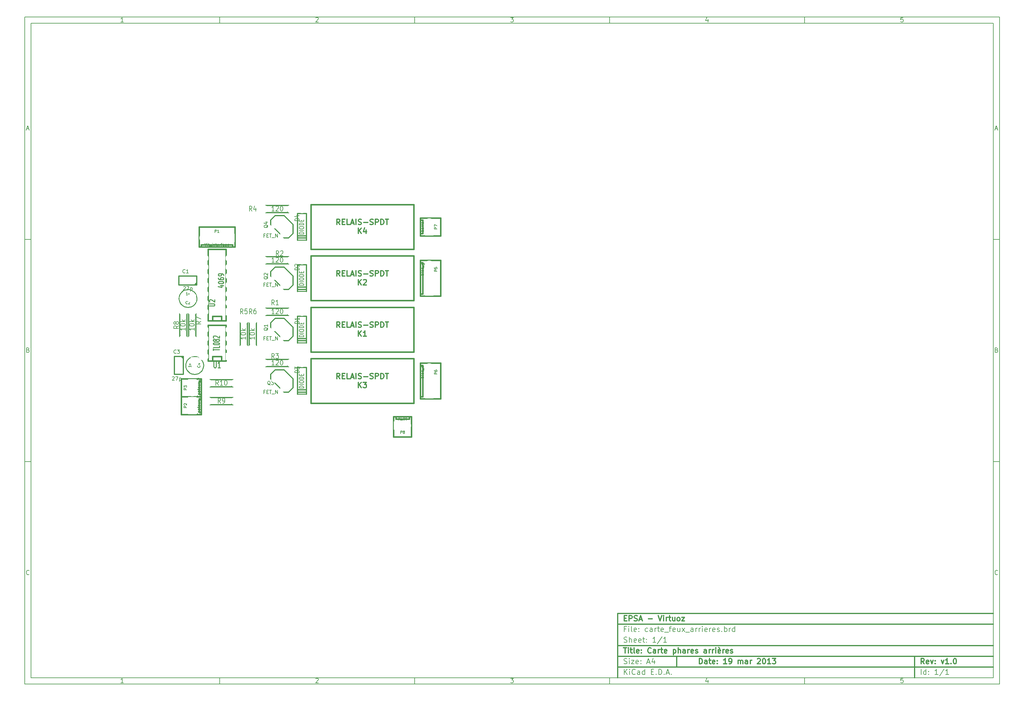
<source format=gto>
G04 (created by PCBNEW-RS274X (2012-01-19 BZR 3256)-stable) date 19/03/2013 15:20:05*
G01*
G70*
G90*
%MOIN*%
G04 Gerber Fmt 3.4, Leading zero omitted, Abs format*
%FSLAX34Y34*%
G04 APERTURE LIST*
%ADD10C,0.006000*%
%ADD11C,0.012000*%
%ADD12C,0.015000*%
%ADD13C,0.010000*%
%ADD14C,0.008000*%
%ADD15C,0.011300*%
%ADD16C,0.005000*%
%ADD17C,0.235000*%
%ADD18R,0.105000X0.105000*%
%ADD19C,0.105000*%
%ADD20R,0.095000X0.095000*%
%ADD21C,0.095000*%
%ADD22R,0.090000X0.090000*%
%ADD23C,0.090000*%
%ADD24R,0.110000X0.110000*%
%ADD25C,0.110000*%
%ADD26R,0.110000X0.082000*%
%ADD27O,0.110000X0.082000*%
%ADD28C,0.270000*%
G04 APERTURE END LIST*
G54D10*
X04000Y-04000D02*
X113000Y-04000D01*
X113000Y-78670D01*
X04000Y-78670D01*
X04000Y-04000D01*
X04700Y-04700D02*
X112300Y-04700D01*
X112300Y-77970D01*
X04700Y-77970D01*
X04700Y-04700D01*
X25800Y-04000D02*
X25800Y-04700D01*
X15043Y-04552D02*
X14757Y-04552D01*
X14900Y-04552D02*
X14900Y-04052D01*
X14852Y-04124D01*
X14805Y-04171D01*
X14757Y-04195D01*
X25800Y-78670D02*
X25800Y-77970D01*
X15043Y-78522D02*
X14757Y-78522D01*
X14900Y-78522D02*
X14900Y-78022D01*
X14852Y-78094D01*
X14805Y-78141D01*
X14757Y-78165D01*
X47600Y-04000D02*
X47600Y-04700D01*
X36557Y-04100D02*
X36581Y-04076D01*
X36629Y-04052D01*
X36748Y-04052D01*
X36795Y-04076D01*
X36819Y-04100D01*
X36843Y-04148D01*
X36843Y-04195D01*
X36819Y-04267D01*
X36533Y-04552D01*
X36843Y-04552D01*
X47600Y-78670D02*
X47600Y-77970D01*
X36557Y-78070D02*
X36581Y-78046D01*
X36629Y-78022D01*
X36748Y-78022D01*
X36795Y-78046D01*
X36819Y-78070D01*
X36843Y-78118D01*
X36843Y-78165D01*
X36819Y-78237D01*
X36533Y-78522D01*
X36843Y-78522D01*
X69400Y-04000D02*
X69400Y-04700D01*
X58333Y-04052D02*
X58643Y-04052D01*
X58476Y-04243D01*
X58548Y-04243D01*
X58595Y-04267D01*
X58619Y-04290D01*
X58643Y-04338D01*
X58643Y-04457D01*
X58619Y-04505D01*
X58595Y-04529D01*
X58548Y-04552D01*
X58405Y-04552D01*
X58357Y-04529D01*
X58333Y-04505D01*
X69400Y-78670D02*
X69400Y-77970D01*
X58333Y-78022D02*
X58643Y-78022D01*
X58476Y-78213D01*
X58548Y-78213D01*
X58595Y-78237D01*
X58619Y-78260D01*
X58643Y-78308D01*
X58643Y-78427D01*
X58619Y-78475D01*
X58595Y-78499D01*
X58548Y-78522D01*
X58405Y-78522D01*
X58357Y-78499D01*
X58333Y-78475D01*
X91200Y-04000D02*
X91200Y-04700D01*
X80395Y-04219D02*
X80395Y-04552D01*
X80276Y-04029D02*
X80157Y-04386D01*
X80467Y-04386D01*
X91200Y-78670D02*
X91200Y-77970D01*
X80395Y-78189D02*
X80395Y-78522D01*
X80276Y-77999D02*
X80157Y-78356D01*
X80467Y-78356D01*
X102219Y-04052D02*
X101981Y-04052D01*
X101957Y-04290D01*
X101981Y-04267D01*
X102029Y-04243D01*
X102148Y-04243D01*
X102195Y-04267D01*
X102219Y-04290D01*
X102243Y-04338D01*
X102243Y-04457D01*
X102219Y-04505D01*
X102195Y-04529D01*
X102148Y-04552D01*
X102029Y-04552D01*
X101981Y-04529D01*
X101957Y-04505D01*
X102219Y-78022D02*
X101981Y-78022D01*
X101957Y-78260D01*
X101981Y-78237D01*
X102029Y-78213D01*
X102148Y-78213D01*
X102195Y-78237D01*
X102219Y-78260D01*
X102243Y-78308D01*
X102243Y-78427D01*
X102219Y-78475D01*
X102195Y-78499D01*
X102148Y-78522D01*
X102029Y-78522D01*
X101981Y-78499D01*
X101957Y-78475D01*
X04000Y-28890D02*
X04700Y-28890D01*
X04231Y-16510D02*
X04469Y-16510D01*
X04184Y-16652D02*
X04350Y-16152D01*
X04517Y-16652D01*
X113000Y-28890D02*
X112300Y-28890D01*
X112531Y-16510D02*
X112769Y-16510D01*
X112484Y-16652D02*
X112650Y-16152D01*
X112817Y-16652D01*
X04000Y-53780D02*
X04700Y-53780D01*
X04386Y-41280D02*
X04457Y-41304D01*
X04481Y-41328D01*
X04505Y-41376D01*
X04505Y-41447D01*
X04481Y-41495D01*
X04457Y-41519D01*
X04410Y-41542D01*
X04219Y-41542D01*
X04219Y-41042D01*
X04386Y-41042D01*
X04433Y-41066D01*
X04457Y-41090D01*
X04481Y-41138D01*
X04481Y-41185D01*
X04457Y-41233D01*
X04433Y-41257D01*
X04386Y-41280D01*
X04219Y-41280D01*
X113000Y-53780D02*
X112300Y-53780D01*
X112686Y-41280D02*
X112757Y-41304D01*
X112781Y-41328D01*
X112805Y-41376D01*
X112805Y-41447D01*
X112781Y-41495D01*
X112757Y-41519D01*
X112710Y-41542D01*
X112519Y-41542D01*
X112519Y-41042D01*
X112686Y-41042D01*
X112733Y-41066D01*
X112757Y-41090D01*
X112781Y-41138D01*
X112781Y-41185D01*
X112757Y-41233D01*
X112733Y-41257D01*
X112686Y-41280D01*
X112519Y-41280D01*
X04505Y-66385D02*
X04481Y-66409D01*
X04410Y-66432D01*
X04362Y-66432D01*
X04290Y-66409D01*
X04243Y-66361D01*
X04219Y-66313D01*
X04195Y-66218D01*
X04195Y-66147D01*
X04219Y-66051D01*
X04243Y-66004D01*
X04290Y-65956D01*
X04362Y-65932D01*
X04410Y-65932D01*
X04481Y-65956D01*
X04505Y-65980D01*
X112805Y-66385D02*
X112781Y-66409D01*
X112710Y-66432D01*
X112662Y-66432D01*
X112590Y-66409D01*
X112543Y-66361D01*
X112519Y-66313D01*
X112495Y-66218D01*
X112495Y-66147D01*
X112519Y-66051D01*
X112543Y-66004D01*
X112590Y-65956D01*
X112662Y-65932D01*
X112710Y-65932D01*
X112781Y-65956D01*
X112805Y-65980D01*
G54D11*
X79443Y-76413D02*
X79443Y-75813D01*
X79586Y-75813D01*
X79671Y-75841D01*
X79729Y-75899D01*
X79757Y-75956D01*
X79786Y-76070D01*
X79786Y-76156D01*
X79757Y-76270D01*
X79729Y-76327D01*
X79671Y-76384D01*
X79586Y-76413D01*
X79443Y-76413D01*
X80300Y-76413D02*
X80300Y-76099D01*
X80271Y-76041D01*
X80214Y-76013D01*
X80100Y-76013D01*
X80043Y-76041D01*
X80300Y-76384D02*
X80243Y-76413D01*
X80100Y-76413D01*
X80043Y-76384D01*
X80014Y-76327D01*
X80014Y-76270D01*
X80043Y-76213D01*
X80100Y-76184D01*
X80243Y-76184D01*
X80300Y-76156D01*
X80500Y-76013D02*
X80729Y-76013D01*
X80586Y-75813D02*
X80586Y-76327D01*
X80614Y-76384D01*
X80672Y-76413D01*
X80729Y-76413D01*
X81157Y-76384D02*
X81100Y-76413D01*
X80986Y-76413D01*
X80929Y-76384D01*
X80900Y-76327D01*
X80900Y-76099D01*
X80929Y-76041D01*
X80986Y-76013D01*
X81100Y-76013D01*
X81157Y-76041D01*
X81186Y-76099D01*
X81186Y-76156D01*
X80900Y-76213D01*
X81443Y-76356D02*
X81471Y-76384D01*
X81443Y-76413D01*
X81414Y-76384D01*
X81443Y-76356D01*
X81443Y-76413D01*
X81443Y-76041D02*
X81471Y-76070D01*
X81443Y-76099D01*
X81414Y-76070D01*
X81443Y-76041D01*
X81443Y-76099D01*
X82500Y-76413D02*
X82157Y-76413D01*
X82329Y-76413D02*
X82329Y-75813D01*
X82272Y-75899D01*
X82214Y-75956D01*
X82157Y-75984D01*
X82785Y-76413D02*
X82900Y-76413D01*
X82957Y-76384D01*
X82985Y-76356D01*
X83043Y-76270D01*
X83071Y-76156D01*
X83071Y-75927D01*
X83043Y-75870D01*
X83014Y-75841D01*
X82957Y-75813D01*
X82843Y-75813D01*
X82785Y-75841D01*
X82757Y-75870D01*
X82728Y-75927D01*
X82728Y-76070D01*
X82757Y-76127D01*
X82785Y-76156D01*
X82843Y-76184D01*
X82957Y-76184D01*
X83014Y-76156D01*
X83043Y-76127D01*
X83071Y-76070D01*
X83785Y-76413D02*
X83785Y-76013D01*
X83785Y-76070D02*
X83813Y-76041D01*
X83871Y-76013D01*
X83956Y-76013D01*
X84013Y-76041D01*
X84042Y-76099D01*
X84042Y-76413D01*
X84042Y-76099D02*
X84071Y-76041D01*
X84128Y-76013D01*
X84213Y-76013D01*
X84271Y-76041D01*
X84299Y-76099D01*
X84299Y-76413D01*
X84842Y-76413D02*
X84842Y-76099D01*
X84813Y-76041D01*
X84756Y-76013D01*
X84642Y-76013D01*
X84585Y-76041D01*
X84842Y-76384D02*
X84785Y-76413D01*
X84642Y-76413D01*
X84585Y-76384D01*
X84556Y-76327D01*
X84556Y-76270D01*
X84585Y-76213D01*
X84642Y-76184D01*
X84785Y-76184D01*
X84842Y-76156D01*
X85128Y-76413D02*
X85128Y-76013D01*
X85128Y-76127D02*
X85156Y-76070D01*
X85185Y-76041D01*
X85242Y-76013D01*
X85299Y-76013D01*
X85927Y-75870D02*
X85956Y-75841D01*
X86013Y-75813D01*
X86156Y-75813D01*
X86213Y-75841D01*
X86242Y-75870D01*
X86270Y-75927D01*
X86270Y-75984D01*
X86242Y-76070D01*
X85899Y-76413D01*
X86270Y-76413D01*
X86641Y-75813D02*
X86698Y-75813D01*
X86755Y-75841D01*
X86784Y-75870D01*
X86813Y-75927D01*
X86841Y-76041D01*
X86841Y-76184D01*
X86813Y-76299D01*
X86784Y-76356D01*
X86755Y-76384D01*
X86698Y-76413D01*
X86641Y-76413D01*
X86584Y-76384D01*
X86555Y-76356D01*
X86527Y-76299D01*
X86498Y-76184D01*
X86498Y-76041D01*
X86527Y-75927D01*
X86555Y-75870D01*
X86584Y-75841D01*
X86641Y-75813D01*
X87412Y-76413D02*
X87069Y-76413D01*
X87241Y-76413D02*
X87241Y-75813D01*
X87184Y-75899D01*
X87126Y-75956D01*
X87069Y-75984D01*
X87612Y-75813D02*
X87983Y-75813D01*
X87783Y-76041D01*
X87869Y-76041D01*
X87926Y-76070D01*
X87955Y-76099D01*
X87983Y-76156D01*
X87983Y-76299D01*
X87955Y-76356D01*
X87926Y-76384D01*
X87869Y-76413D01*
X87697Y-76413D01*
X87640Y-76384D01*
X87612Y-76356D01*
G54D10*
X71043Y-77613D02*
X71043Y-77013D01*
X71386Y-77613D02*
X71129Y-77270D01*
X71386Y-77013D02*
X71043Y-77356D01*
X71643Y-77613D02*
X71643Y-77213D01*
X71643Y-77013D02*
X71614Y-77041D01*
X71643Y-77070D01*
X71671Y-77041D01*
X71643Y-77013D01*
X71643Y-77070D01*
X72272Y-77556D02*
X72243Y-77584D01*
X72157Y-77613D01*
X72100Y-77613D01*
X72015Y-77584D01*
X71957Y-77527D01*
X71929Y-77470D01*
X71900Y-77356D01*
X71900Y-77270D01*
X71929Y-77156D01*
X71957Y-77099D01*
X72015Y-77041D01*
X72100Y-77013D01*
X72157Y-77013D01*
X72243Y-77041D01*
X72272Y-77070D01*
X72786Y-77613D02*
X72786Y-77299D01*
X72757Y-77241D01*
X72700Y-77213D01*
X72586Y-77213D01*
X72529Y-77241D01*
X72786Y-77584D02*
X72729Y-77613D01*
X72586Y-77613D01*
X72529Y-77584D01*
X72500Y-77527D01*
X72500Y-77470D01*
X72529Y-77413D01*
X72586Y-77384D01*
X72729Y-77384D01*
X72786Y-77356D01*
X73329Y-77613D02*
X73329Y-77013D01*
X73329Y-77584D02*
X73272Y-77613D01*
X73158Y-77613D01*
X73100Y-77584D01*
X73072Y-77556D01*
X73043Y-77499D01*
X73043Y-77327D01*
X73072Y-77270D01*
X73100Y-77241D01*
X73158Y-77213D01*
X73272Y-77213D01*
X73329Y-77241D01*
X74072Y-77299D02*
X74272Y-77299D01*
X74358Y-77613D02*
X74072Y-77613D01*
X74072Y-77013D01*
X74358Y-77013D01*
X74615Y-77556D02*
X74643Y-77584D01*
X74615Y-77613D01*
X74586Y-77584D01*
X74615Y-77556D01*
X74615Y-77613D01*
X74901Y-77613D02*
X74901Y-77013D01*
X75044Y-77013D01*
X75129Y-77041D01*
X75187Y-77099D01*
X75215Y-77156D01*
X75244Y-77270D01*
X75244Y-77356D01*
X75215Y-77470D01*
X75187Y-77527D01*
X75129Y-77584D01*
X75044Y-77613D01*
X74901Y-77613D01*
X75501Y-77556D02*
X75529Y-77584D01*
X75501Y-77613D01*
X75472Y-77584D01*
X75501Y-77556D01*
X75501Y-77613D01*
X75758Y-77441D02*
X76044Y-77441D01*
X75701Y-77613D02*
X75901Y-77013D01*
X76101Y-77613D01*
X76301Y-77556D02*
X76329Y-77584D01*
X76301Y-77613D01*
X76272Y-77584D01*
X76301Y-77556D01*
X76301Y-77613D01*
G54D11*
X104586Y-76413D02*
X104386Y-76127D01*
X104243Y-76413D02*
X104243Y-75813D01*
X104471Y-75813D01*
X104529Y-75841D01*
X104557Y-75870D01*
X104586Y-75927D01*
X104586Y-76013D01*
X104557Y-76070D01*
X104529Y-76099D01*
X104471Y-76127D01*
X104243Y-76127D01*
X105071Y-76384D02*
X105014Y-76413D01*
X104900Y-76413D01*
X104843Y-76384D01*
X104814Y-76327D01*
X104814Y-76099D01*
X104843Y-76041D01*
X104900Y-76013D01*
X105014Y-76013D01*
X105071Y-76041D01*
X105100Y-76099D01*
X105100Y-76156D01*
X104814Y-76213D01*
X105300Y-76013D02*
X105443Y-76413D01*
X105585Y-76013D01*
X105814Y-76356D02*
X105842Y-76384D01*
X105814Y-76413D01*
X105785Y-76384D01*
X105814Y-76356D01*
X105814Y-76413D01*
X105814Y-76041D02*
X105842Y-76070D01*
X105814Y-76099D01*
X105785Y-76070D01*
X105814Y-76041D01*
X105814Y-76099D01*
X106500Y-76013D02*
X106643Y-76413D01*
X106785Y-76013D01*
X107328Y-76413D02*
X106985Y-76413D01*
X107157Y-76413D02*
X107157Y-75813D01*
X107100Y-75899D01*
X107042Y-75956D01*
X106985Y-75984D01*
X107585Y-76356D02*
X107613Y-76384D01*
X107585Y-76413D01*
X107556Y-76384D01*
X107585Y-76356D01*
X107585Y-76413D01*
X107985Y-75813D02*
X108042Y-75813D01*
X108099Y-75841D01*
X108128Y-75870D01*
X108157Y-75927D01*
X108185Y-76041D01*
X108185Y-76184D01*
X108157Y-76299D01*
X108128Y-76356D01*
X108099Y-76384D01*
X108042Y-76413D01*
X107985Y-76413D01*
X107928Y-76384D01*
X107899Y-76356D01*
X107871Y-76299D01*
X107842Y-76184D01*
X107842Y-76041D01*
X107871Y-75927D01*
X107899Y-75870D01*
X107928Y-75841D01*
X107985Y-75813D01*
G54D10*
X71014Y-76384D02*
X71100Y-76413D01*
X71243Y-76413D01*
X71300Y-76384D01*
X71329Y-76356D01*
X71357Y-76299D01*
X71357Y-76241D01*
X71329Y-76184D01*
X71300Y-76156D01*
X71243Y-76127D01*
X71129Y-76099D01*
X71071Y-76070D01*
X71043Y-76041D01*
X71014Y-75984D01*
X71014Y-75927D01*
X71043Y-75870D01*
X71071Y-75841D01*
X71129Y-75813D01*
X71271Y-75813D01*
X71357Y-75841D01*
X71614Y-76413D02*
X71614Y-76013D01*
X71614Y-75813D02*
X71585Y-75841D01*
X71614Y-75870D01*
X71642Y-75841D01*
X71614Y-75813D01*
X71614Y-75870D01*
X71843Y-76013D02*
X72157Y-76013D01*
X71843Y-76413D01*
X72157Y-76413D01*
X72614Y-76384D02*
X72557Y-76413D01*
X72443Y-76413D01*
X72386Y-76384D01*
X72357Y-76327D01*
X72357Y-76099D01*
X72386Y-76041D01*
X72443Y-76013D01*
X72557Y-76013D01*
X72614Y-76041D01*
X72643Y-76099D01*
X72643Y-76156D01*
X72357Y-76213D01*
X72900Y-76356D02*
X72928Y-76384D01*
X72900Y-76413D01*
X72871Y-76384D01*
X72900Y-76356D01*
X72900Y-76413D01*
X72900Y-76041D02*
X72928Y-76070D01*
X72900Y-76099D01*
X72871Y-76070D01*
X72900Y-76041D01*
X72900Y-76099D01*
X73614Y-76241D02*
X73900Y-76241D01*
X73557Y-76413D02*
X73757Y-75813D01*
X73957Y-76413D01*
X74414Y-76013D02*
X74414Y-76413D01*
X74271Y-75784D02*
X74128Y-76213D01*
X74500Y-76213D01*
X104243Y-77613D02*
X104243Y-77013D01*
X104786Y-77613D02*
X104786Y-77013D01*
X104786Y-77584D02*
X104729Y-77613D01*
X104615Y-77613D01*
X104557Y-77584D01*
X104529Y-77556D01*
X104500Y-77499D01*
X104500Y-77327D01*
X104529Y-77270D01*
X104557Y-77241D01*
X104615Y-77213D01*
X104729Y-77213D01*
X104786Y-77241D01*
X105072Y-77556D02*
X105100Y-77584D01*
X105072Y-77613D01*
X105043Y-77584D01*
X105072Y-77556D01*
X105072Y-77613D01*
X105072Y-77241D02*
X105100Y-77270D01*
X105072Y-77299D01*
X105043Y-77270D01*
X105072Y-77241D01*
X105072Y-77299D01*
X106129Y-77613D02*
X105786Y-77613D01*
X105958Y-77613D02*
X105958Y-77013D01*
X105901Y-77099D01*
X105843Y-77156D01*
X105786Y-77184D01*
X106814Y-76984D02*
X106300Y-77756D01*
X107329Y-77613D02*
X106986Y-77613D01*
X107158Y-77613D02*
X107158Y-77013D01*
X107101Y-77099D01*
X107043Y-77156D01*
X106986Y-77184D01*
G54D11*
X70957Y-74613D02*
X71300Y-74613D01*
X71129Y-75213D02*
X71129Y-74613D01*
X71500Y-75213D02*
X71500Y-74813D01*
X71500Y-74613D02*
X71471Y-74641D01*
X71500Y-74670D01*
X71528Y-74641D01*
X71500Y-74613D01*
X71500Y-74670D01*
X71700Y-74813D02*
X71929Y-74813D01*
X71786Y-74613D02*
X71786Y-75127D01*
X71814Y-75184D01*
X71872Y-75213D01*
X71929Y-75213D01*
X72215Y-75213D02*
X72157Y-75184D01*
X72129Y-75127D01*
X72129Y-74613D01*
X72671Y-75184D02*
X72614Y-75213D01*
X72500Y-75213D01*
X72443Y-75184D01*
X72414Y-75127D01*
X72414Y-74899D01*
X72443Y-74841D01*
X72500Y-74813D01*
X72614Y-74813D01*
X72671Y-74841D01*
X72700Y-74899D01*
X72700Y-74956D01*
X72414Y-75013D01*
X72957Y-75156D02*
X72985Y-75184D01*
X72957Y-75213D01*
X72928Y-75184D01*
X72957Y-75156D01*
X72957Y-75213D01*
X72957Y-74841D02*
X72985Y-74870D01*
X72957Y-74899D01*
X72928Y-74870D01*
X72957Y-74841D01*
X72957Y-74899D01*
X74043Y-75156D02*
X74014Y-75184D01*
X73928Y-75213D01*
X73871Y-75213D01*
X73786Y-75184D01*
X73728Y-75127D01*
X73700Y-75070D01*
X73671Y-74956D01*
X73671Y-74870D01*
X73700Y-74756D01*
X73728Y-74699D01*
X73786Y-74641D01*
X73871Y-74613D01*
X73928Y-74613D01*
X74014Y-74641D01*
X74043Y-74670D01*
X74557Y-75213D02*
X74557Y-74899D01*
X74528Y-74841D01*
X74471Y-74813D01*
X74357Y-74813D01*
X74300Y-74841D01*
X74557Y-75184D02*
X74500Y-75213D01*
X74357Y-75213D01*
X74300Y-75184D01*
X74271Y-75127D01*
X74271Y-75070D01*
X74300Y-75013D01*
X74357Y-74984D01*
X74500Y-74984D01*
X74557Y-74956D01*
X74843Y-75213D02*
X74843Y-74813D01*
X74843Y-74927D02*
X74871Y-74870D01*
X74900Y-74841D01*
X74957Y-74813D01*
X75014Y-74813D01*
X75128Y-74813D02*
X75357Y-74813D01*
X75214Y-74613D02*
X75214Y-75127D01*
X75242Y-75184D01*
X75300Y-75213D01*
X75357Y-75213D01*
X75785Y-75184D02*
X75728Y-75213D01*
X75614Y-75213D01*
X75557Y-75184D01*
X75528Y-75127D01*
X75528Y-74899D01*
X75557Y-74841D01*
X75614Y-74813D01*
X75728Y-74813D01*
X75785Y-74841D01*
X75814Y-74899D01*
X75814Y-74956D01*
X75528Y-75013D01*
X76528Y-74813D02*
X76528Y-75413D01*
X76528Y-74841D02*
X76585Y-74813D01*
X76699Y-74813D01*
X76756Y-74841D01*
X76785Y-74870D01*
X76814Y-74927D01*
X76814Y-75099D01*
X76785Y-75156D01*
X76756Y-75184D01*
X76699Y-75213D01*
X76585Y-75213D01*
X76528Y-75184D01*
X77071Y-75213D02*
X77071Y-74613D01*
X77328Y-75213D02*
X77328Y-74899D01*
X77299Y-74841D01*
X77242Y-74813D01*
X77157Y-74813D01*
X77099Y-74841D01*
X77071Y-74870D01*
X77871Y-75213D02*
X77871Y-74899D01*
X77842Y-74841D01*
X77785Y-74813D01*
X77671Y-74813D01*
X77614Y-74841D01*
X77871Y-75184D02*
X77814Y-75213D01*
X77671Y-75213D01*
X77614Y-75184D01*
X77585Y-75127D01*
X77585Y-75070D01*
X77614Y-75013D01*
X77671Y-74984D01*
X77814Y-74984D01*
X77871Y-74956D01*
X78157Y-75213D02*
X78157Y-74813D01*
X78157Y-74927D02*
X78185Y-74870D01*
X78214Y-74841D01*
X78271Y-74813D01*
X78328Y-74813D01*
X78756Y-75184D02*
X78699Y-75213D01*
X78585Y-75213D01*
X78528Y-75184D01*
X78499Y-75127D01*
X78499Y-74899D01*
X78528Y-74841D01*
X78585Y-74813D01*
X78699Y-74813D01*
X78756Y-74841D01*
X78785Y-74899D01*
X78785Y-74956D01*
X78499Y-75013D01*
X79013Y-75184D02*
X79070Y-75213D01*
X79185Y-75213D01*
X79242Y-75184D01*
X79270Y-75127D01*
X79270Y-75099D01*
X79242Y-75041D01*
X79185Y-75013D01*
X79099Y-75013D01*
X79042Y-74984D01*
X79013Y-74927D01*
X79013Y-74899D01*
X79042Y-74841D01*
X79099Y-74813D01*
X79185Y-74813D01*
X79242Y-74841D01*
X80242Y-75213D02*
X80242Y-74899D01*
X80213Y-74841D01*
X80156Y-74813D01*
X80042Y-74813D01*
X79985Y-74841D01*
X80242Y-75184D02*
X80185Y-75213D01*
X80042Y-75213D01*
X79985Y-75184D01*
X79956Y-75127D01*
X79956Y-75070D01*
X79985Y-75013D01*
X80042Y-74984D01*
X80185Y-74984D01*
X80242Y-74956D01*
X80528Y-75213D02*
X80528Y-74813D01*
X80528Y-74927D02*
X80556Y-74870D01*
X80585Y-74841D01*
X80642Y-74813D01*
X80699Y-74813D01*
X80899Y-75213D02*
X80899Y-74813D01*
X80899Y-74927D02*
X80927Y-74870D01*
X80956Y-74841D01*
X81013Y-74813D01*
X81070Y-74813D01*
X81270Y-75213D02*
X81270Y-74813D01*
X81270Y-74613D02*
X81241Y-74641D01*
X81270Y-74670D01*
X81298Y-74641D01*
X81270Y-74613D01*
X81270Y-74670D01*
X81784Y-75184D02*
X81727Y-75213D01*
X81613Y-75213D01*
X81556Y-75184D01*
X81527Y-75127D01*
X81527Y-74899D01*
X81556Y-74841D01*
X81613Y-74813D01*
X81727Y-74813D01*
X81784Y-74841D01*
X81813Y-74899D01*
X81813Y-74956D01*
X81527Y-75013D01*
X81613Y-74584D02*
X81699Y-74670D01*
X82070Y-75213D02*
X82070Y-74813D01*
X82070Y-74927D02*
X82098Y-74870D01*
X82127Y-74841D01*
X82184Y-74813D01*
X82241Y-74813D01*
X82669Y-75184D02*
X82612Y-75213D01*
X82498Y-75213D01*
X82441Y-75184D01*
X82412Y-75127D01*
X82412Y-74899D01*
X82441Y-74841D01*
X82498Y-74813D01*
X82612Y-74813D01*
X82669Y-74841D01*
X82698Y-74899D01*
X82698Y-74956D01*
X82412Y-75013D01*
X82926Y-75184D02*
X82983Y-75213D01*
X83098Y-75213D01*
X83155Y-75184D01*
X83183Y-75127D01*
X83183Y-75099D01*
X83155Y-75041D01*
X83098Y-75013D01*
X83012Y-75013D01*
X82955Y-74984D01*
X82926Y-74927D01*
X82926Y-74899D01*
X82955Y-74841D01*
X83012Y-74813D01*
X83098Y-74813D01*
X83155Y-74841D01*
G54D10*
X71243Y-72499D02*
X71043Y-72499D01*
X71043Y-72813D02*
X71043Y-72213D01*
X71329Y-72213D01*
X71557Y-72813D02*
X71557Y-72413D01*
X71557Y-72213D02*
X71528Y-72241D01*
X71557Y-72270D01*
X71585Y-72241D01*
X71557Y-72213D01*
X71557Y-72270D01*
X71929Y-72813D02*
X71871Y-72784D01*
X71843Y-72727D01*
X71843Y-72213D01*
X72385Y-72784D02*
X72328Y-72813D01*
X72214Y-72813D01*
X72157Y-72784D01*
X72128Y-72727D01*
X72128Y-72499D01*
X72157Y-72441D01*
X72214Y-72413D01*
X72328Y-72413D01*
X72385Y-72441D01*
X72414Y-72499D01*
X72414Y-72556D01*
X72128Y-72613D01*
X72671Y-72756D02*
X72699Y-72784D01*
X72671Y-72813D01*
X72642Y-72784D01*
X72671Y-72756D01*
X72671Y-72813D01*
X72671Y-72441D02*
X72699Y-72470D01*
X72671Y-72499D01*
X72642Y-72470D01*
X72671Y-72441D01*
X72671Y-72499D01*
X73671Y-72784D02*
X73614Y-72813D01*
X73500Y-72813D01*
X73442Y-72784D01*
X73414Y-72756D01*
X73385Y-72699D01*
X73385Y-72527D01*
X73414Y-72470D01*
X73442Y-72441D01*
X73500Y-72413D01*
X73614Y-72413D01*
X73671Y-72441D01*
X74185Y-72813D02*
X74185Y-72499D01*
X74156Y-72441D01*
X74099Y-72413D01*
X73985Y-72413D01*
X73928Y-72441D01*
X74185Y-72784D02*
X74128Y-72813D01*
X73985Y-72813D01*
X73928Y-72784D01*
X73899Y-72727D01*
X73899Y-72670D01*
X73928Y-72613D01*
X73985Y-72584D01*
X74128Y-72584D01*
X74185Y-72556D01*
X74471Y-72813D02*
X74471Y-72413D01*
X74471Y-72527D02*
X74499Y-72470D01*
X74528Y-72441D01*
X74585Y-72413D01*
X74642Y-72413D01*
X74756Y-72413D02*
X74985Y-72413D01*
X74842Y-72213D02*
X74842Y-72727D01*
X74870Y-72784D01*
X74928Y-72813D01*
X74985Y-72813D01*
X75413Y-72784D02*
X75356Y-72813D01*
X75242Y-72813D01*
X75185Y-72784D01*
X75156Y-72727D01*
X75156Y-72499D01*
X75185Y-72441D01*
X75242Y-72413D01*
X75356Y-72413D01*
X75413Y-72441D01*
X75442Y-72499D01*
X75442Y-72556D01*
X75156Y-72613D01*
X75556Y-72870D02*
X76013Y-72870D01*
X76070Y-72413D02*
X76299Y-72413D01*
X76156Y-72813D02*
X76156Y-72299D01*
X76184Y-72241D01*
X76242Y-72213D01*
X76299Y-72213D01*
X76727Y-72784D02*
X76670Y-72813D01*
X76556Y-72813D01*
X76499Y-72784D01*
X76470Y-72727D01*
X76470Y-72499D01*
X76499Y-72441D01*
X76556Y-72413D01*
X76670Y-72413D01*
X76727Y-72441D01*
X76756Y-72499D01*
X76756Y-72556D01*
X76470Y-72613D01*
X77270Y-72413D02*
X77270Y-72813D01*
X77013Y-72413D02*
X77013Y-72727D01*
X77041Y-72784D01*
X77099Y-72813D01*
X77184Y-72813D01*
X77241Y-72784D01*
X77270Y-72756D01*
X77499Y-72813D02*
X77813Y-72413D01*
X77499Y-72413D02*
X77813Y-72813D01*
X77899Y-72870D02*
X78356Y-72870D01*
X78756Y-72813D02*
X78756Y-72499D01*
X78727Y-72441D01*
X78670Y-72413D01*
X78556Y-72413D01*
X78499Y-72441D01*
X78756Y-72784D02*
X78699Y-72813D01*
X78556Y-72813D01*
X78499Y-72784D01*
X78470Y-72727D01*
X78470Y-72670D01*
X78499Y-72613D01*
X78556Y-72584D01*
X78699Y-72584D01*
X78756Y-72556D01*
X79042Y-72813D02*
X79042Y-72413D01*
X79042Y-72527D02*
X79070Y-72470D01*
X79099Y-72441D01*
X79156Y-72413D01*
X79213Y-72413D01*
X79413Y-72813D02*
X79413Y-72413D01*
X79413Y-72527D02*
X79441Y-72470D01*
X79470Y-72441D01*
X79527Y-72413D01*
X79584Y-72413D01*
X79784Y-72813D02*
X79784Y-72413D01*
X79784Y-72213D02*
X79755Y-72241D01*
X79784Y-72270D01*
X79812Y-72241D01*
X79784Y-72213D01*
X79784Y-72270D01*
X80298Y-72784D02*
X80241Y-72813D01*
X80127Y-72813D01*
X80070Y-72784D01*
X80041Y-72727D01*
X80041Y-72499D01*
X80070Y-72441D01*
X80127Y-72413D01*
X80241Y-72413D01*
X80298Y-72441D01*
X80327Y-72499D01*
X80327Y-72556D01*
X80041Y-72613D01*
X80584Y-72813D02*
X80584Y-72413D01*
X80584Y-72527D02*
X80612Y-72470D01*
X80641Y-72441D01*
X80698Y-72413D01*
X80755Y-72413D01*
X81183Y-72784D02*
X81126Y-72813D01*
X81012Y-72813D01*
X80955Y-72784D01*
X80926Y-72727D01*
X80926Y-72499D01*
X80955Y-72441D01*
X81012Y-72413D01*
X81126Y-72413D01*
X81183Y-72441D01*
X81212Y-72499D01*
X81212Y-72556D01*
X80926Y-72613D01*
X81440Y-72784D02*
X81497Y-72813D01*
X81612Y-72813D01*
X81669Y-72784D01*
X81697Y-72727D01*
X81697Y-72699D01*
X81669Y-72641D01*
X81612Y-72613D01*
X81526Y-72613D01*
X81469Y-72584D01*
X81440Y-72527D01*
X81440Y-72499D01*
X81469Y-72441D01*
X81526Y-72413D01*
X81612Y-72413D01*
X81669Y-72441D01*
X81955Y-72756D02*
X81983Y-72784D01*
X81955Y-72813D01*
X81926Y-72784D01*
X81955Y-72756D01*
X81955Y-72813D01*
X82241Y-72813D02*
X82241Y-72213D01*
X82241Y-72441D02*
X82298Y-72413D01*
X82412Y-72413D01*
X82469Y-72441D01*
X82498Y-72470D01*
X82527Y-72527D01*
X82527Y-72699D01*
X82498Y-72756D01*
X82469Y-72784D01*
X82412Y-72813D01*
X82298Y-72813D01*
X82241Y-72784D01*
X82784Y-72813D02*
X82784Y-72413D01*
X82784Y-72527D02*
X82812Y-72470D01*
X82841Y-72441D01*
X82898Y-72413D01*
X82955Y-72413D01*
X83412Y-72813D02*
X83412Y-72213D01*
X83412Y-72784D02*
X83355Y-72813D01*
X83241Y-72813D01*
X83183Y-72784D01*
X83155Y-72756D01*
X83126Y-72699D01*
X83126Y-72527D01*
X83155Y-72470D01*
X83183Y-72441D01*
X83241Y-72413D01*
X83355Y-72413D01*
X83412Y-72441D01*
X71014Y-73984D02*
X71100Y-74013D01*
X71243Y-74013D01*
X71300Y-73984D01*
X71329Y-73956D01*
X71357Y-73899D01*
X71357Y-73841D01*
X71329Y-73784D01*
X71300Y-73756D01*
X71243Y-73727D01*
X71129Y-73699D01*
X71071Y-73670D01*
X71043Y-73641D01*
X71014Y-73584D01*
X71014Y-73527D01*
X71043Y-73470D01*
X71071Y-73441D01*
X71129Y-73413D01*
X71271Y-73413D01*
X71357Y-73441D01*
X71614Y-74013D02*
X71614Y-73413D01*
X71871Y-74013D02*
X71871Y-73699D01*
X71842Y-73641D01*
X71785Y-73613D01*
X71700Y-73613D01*
X71642Y-73641D01*
X71614Y-73670D01*
X72385Y-73984D02*
X72328Y-74013D01*
X72214Y-74013D01*
X72157Y-73984D01*
X72128Y-73927D01*
X72128Y-73699D01*
X72157Y-73641D01*
X72214Y-73613D01*
X72328Y-73613D01*
X72385Y-73641D01*
X72414Y-73699D01*
X72414Y-73756D01*
X72128Y-73813D01*
X72899Y-73984D02*
X72842Y-74013D01*
X72728Y-74013D01*
X72671Y-73984D01*
X72642Y-73927D01*
X72642Y-73699D01*
X72671Y-73641D01*
X72728Y-73613D01*
X72842Y-73613D01*
X72899Y-73641D01*
X72928Y-73699D01*
X72928Y-73756D01*
X72642Y-73813D01*
X73099Y-73613D02*
X73328Y-73613D01*
X73185Y-73413D02*
X73185Y-73927D01*
X73213Y-73984D01*
X73271Y-74013D01*
X73328Y-74013D01*
X73528Y-73956D02*
X73556Y-73984D01*
X73528Y-74013D01*
X73499Y-73984D01*
X73528Y-73956D01*
X73528Y-74013D01*
X73528Y-73641D02*
X73556Y-73670D01*
X73528Y-73699D01*
X73499Y-73670D01*
X73528Y-73641D01*
X73528Y-73699D01*
X74585Y-74013D02*
X74242Y-74013D01*
X74414Y-74013D02*
X74414Y-73413D01*
X74357Y-73499D01*
X74299Y-73556D01*
X74242Y-73584D01*
X75270Y-73384D02*
X74756Y-74156D01*
X75785Y-74013D02*
X75442Y-74013D01*
X75614Y-74013D02*
X75614Y-73413D01*
X75557Y-73499D01*
X75499Y-73556D01*
X75442Y-73584D01*
G54D11*
X71043Y-71299D02*
X71243Y-71299D01*
X71329Y-71613D02*
X71043Y-71613D01*
X71043Y-71013D01*
X71329Y-71013D01*
X71586Y-71613D02*
X71586Y-71013D01*
X71814Y-71013D01*
X71872Y-71041D01*
X71900Y-71070D01*
X71929Y-71127D01*
X71929Y-71213D01*
X71900Y-71270D01*
X71872Y-71299D01*
X71814Y-71327D01*
X71586Y-71327D01*
X72157Y-71584D02*
X72243Y-71613D01*
X72386Y-71613D01*
X72443Y-71584D01*
X72472Y-71556D01*
X72500Y-71499D01*
X72500Y-71441D01*
X72472Y-71384D01*
X72443Y-71356D01*
X72386Y-71327D01*
X72272Y-71299D01*
X72214Y-71270D01*
X72186Y-71241D01*
X72157Y-71184D01*
X72157Y-71127D01*
X72186Y-71070D01*
X72214Y-71041D01*
X72272Y-71013D01*
X72414Y-71013D01*
X72500Y-71041D01*
X72728Y-71441D02*
X73014Y-71441D01*
X72671Y-71613D02*
X72871Y-71013D01*
X73071Y-71613D01*
X73728Y-71384D02*
X74185Y-71384D01*
X74842Y-71013D02*
X75042Y-71613D01*
X75242Y-71013D01*
X75442Y-71613D02*
X75442Y-71213D01*
X75442Y-71013D02*
X75413Y-71041D01*
X75442Y-71070D01*
X75470Y-71041D01*
X75442Y-71013D01*
X75442Y-71070D01*
X75728Y-71613D02*
X75728Y-71213D01*
X75728Y-71327D02*
X75756Y-71270D01*
X75785Y-71241D01*
X75842Y-71213D01*
X75899Y-71213D01*
X76013Y-71213D02*
X76242Y-71213D01*
X76099Y-71013D02*
X76099Y-71527D01*
X76127Y-71584D01*
X76185Y-71613D01*
X76242Y-71613D01*
X76699Y-71213D02*
X76699Y-71613D01*
X76442Y-71213D02*
X76442Y-71527D01*
X76470Y-71584D01*
X76528Y-71613D01*
X76613Y-71613D01*
X76670Y-71584D01*
X76699Y-71556D01*
X77071Y-71613D02*
X77013Y-71584D01*
X76985Y-71556D01*
X76956Y-71499D01*
X76956Y-71327D01*
X76985Y-71270D01*
X77013Y-71241D01*
X77071Y-71213D01*
X77156Y-71213D01*
X77213Y-71241D01*
X77242Y-71270D01*
X77271Y-71327D01*
X77271Y-71499D01*
X77242Y-71556D01*
X77213Y-71584D01*
X77156Y-71613D01*
X77071Y-71613D01*
X77471Y-71213D02*
X77785Y-71213D01*
X77471Y-71613D01*
X77785Y-71613D01*
X70300Y-70770D02*
X70300Y-77970D01*
X70300Y-71970D02*
X112300Y-71970D01*
X70300Y-70770D02*
X112300Y-70770D01*
X70300Y-74370D02*
X112300Y-74370D01*
X103500Y-75570D02*
X103500Y-77970D01*
X70300Y-76770D02*
X112300Y-76770D01*
X70300Y-75570D02*
X112300Y-75570D01*
X76900Y-75570D02*
X76900Y-76770D01*
G54D12*
X48250Y-28250D02*
X48500Y-28250D01*
X48500Y-28250D02*
X48500Y-26750D01*
X48500Y-26750D02*
X48250Y-26750D01*
X48250Y-28500D02*
X50500Y-28500D01*
X50500Y-28500D02*
X50500Y-26500D01*
X50500Y-26500D02*
X48250Y-26500D01*
X48250Y-26500D02*
X48250Y-28500D01*
G54D10*
X49750Y-28500D02*
X48750Y-28500D01*
X48750Y-26500D02*
X49750Y-26500D01*
G54D12*
X50500Y-42750D02*
X48250Y-42750D01*
X48250Y-46750D02*
X50500Y-46750D01*
X48500Y-43000D02*
X48500Y-45000D01*
X48250Y-42750D02*
X48250Y-44750D01*
X50500Y-44750D02*
X50500Y-42750D01*
X48500Y-43000D02*
X48250Y-43000D01*
X48250Y-46500D02*
X48500Y-46500D01*
X48500Y-46500D02*
X48500Y-45000D01*
X50500Y-46750D02*
X50500Y-44750D01*
X48250Y-44750D02*
X48250Y-46750D01*
X50500Y-31250D02*
X48250Y-31250D01*
X48250Y-35250D02*
X50500Y-35250D01*
X48500Y-31500D02*
X48500Y-33500D01*
X48250Y-31250D02*
X48250Y-33250D01*
X50500Y-33250D02*
X50500Y-31250D01*
X48500Y-31500D02*
X48250Y-31500D01*
X48250Y-35000D02*
X48500Y-35000D01*
X48500Y-35000D02*
X48500Y-33500D01*
X50500Y-35250D02*
X50500Y-33250D01*
X48250Y-33250D02*
X48250Y-35250D01*
X45500Y-48750D02*
X45500Y-49000D01*
X45500Y-49000D02*
X47000Y-49000D01*
X47000Y-49000D02*
X47000Y-48750D01*
X45250Y-48750D02*
X45250Y-51000D01*
X45250Y-51000D02*
X47250Y-51000D01*
X47250Y-51000D02*
X47250Y-48750D01*
X47250Y-48750D02*
X45250Y-48750D01*
G54D10*
X45250Y-50250D02*
X45250Y-49250D01*
X47250Y-49250D02*
X47250Y-50250D01*
G54D11*
X31500Y-33000D02*
X33000Y-34500D01*
X33000Y-34500D02*
X33500Y-34500D01*
X33500Y-34500D02*
X34000Y-34000D01*
X34000Y-34000D02*
X34000Y-33000D01*
X34000Y-33000D02*
X33000Y-32000D01*
X33000Y-32000D02*
X32000Y-32000D01*
X32000Y-32000D02*
X31500Y-32500D01*
X31500Y-32500D02*
X31500Y-33000D01*
X31500Y-38750D02*
X33000Y-40250D01*
X33000Y-40250D02*
X33500Y-40250D01*
X33500Y-40250D02*
X34000Y-39750D01*
X34000Y-39750D02*
X34000Y-38750D01*
X34000Y-38750D02*
X33000Y-37750D01*
X33000Y-37750D02*
X32000Y-37750D01*
X32000Y-37750D02*
X31500Y-38250D01*
X31500Y-38250D02*
X31500Y-38750D01*
X31500Y-44500D02*
X33000Y-46000D01*
X33000Y-46000D02*
X33500Y-46000D01*
X33500Y-46000D02*
X34000Y-45500D01*
X34000Y-45500D02*
X34000Y-44500D01*
X34000Y-44500D02*
X33000Y-43500D01*
X33000Y-43500D02*
X32000Y-43500D01*
X32000Y-43500D02*
X31500Y-44000D01*
X31500Y-44000D02*
X31500Y-44500D01*
X31500Y-27250D02*
X33000Y-28750D01*
X33000Y-28750D02*
X33500Y-28750D01*
X33500Y-28750D02*
X34000Y-28250D01*
X34000Y-28250D02*
X34000Y-27250D01*
X34000Y-27250D02*
X33000Y-26250D01*
X33000Y-26250D02*
X32000Y-26250D01*
X32000Y-26250D02*
X31500Y-26750D01*
X31500Y-26750D02*
X31500Y-27250D01*
G54D12*
X36000Y-36500D02*
X47500Y-36500D01*
X47500Y-36500D02*
X47500Y-41500D01*
X47500Y-41500D02*
X36000Y-41500D01*
X36000Y-41500D02*
X36000Y-36500D01*
X36000Y-30750D02*
X47500Y-30750D01*
X47500Y-30750D02*
X47500Y-35750D01*
X47500Y-35750D02*
X36000Y-35750D01*
X36000Y-35750D02*
X36000Y-30750D01*
X36000Y-42250D02*
X47500Y-42250D01*
X47500Y-42250D02*
X47500Y-47250D01*
X47500Y-47250D02*
X36000Y-47250D01*
X36000Y-47250D02*
X36000Y-42250D01*
X36000Y-25000D02*
X47500Y-25000D01*
X47500Y-25000D02*
X47500Y-30000D01*
X47500Y-30000D02*
X36000Y-30000D01*
X36000Y-30000D02*
X36000Y-25000D01*
G54D11*
X35500Y-37500D02*
X35500Y-40500D01*
X35500Y-40500D02*
X34500Y-40500D01*
X34500Y-40500D02*
X34500Y-37500D01*
X34500Y-37500D02*
X35500Y-37500D01*
X35500Y-40250D02*
X34500Y-40250D01*
X34500Y-40000D02*
X35500Y-40000D01*
X35000Y-37500D02*
X35000Y-37000D01*
X35000Y-40500D02*
X35000Y-41000D01*
X35500Y-31750D02*
X35500Y-34750D01*
X35500Y-34750D02*
X34500Y-34750D01*
X34500Y-34750D02*
X34500Y-31750D01*
X34500Y-31750D02*
X35500Y-31750D01*
X35500Y-34500D02*
X34500Y-34500D01*
X34500Y-34250D02*
X35500Y-34250D01*
X35000Y-31750D02*
X35000Y-31250D01*
X35000Y-34750D02*
X35000Y-35250D01*
X35500Y-43250D02*
X35500Y-46250D01*
X35500Y-46250D02*
X34500Y-46250D01*
X34500Y-46250D02*
X34500Y-43250D01*
X34500Y-43250D02*
X35500Y-43250D01*
X35500Y-46000D02*
X34500Y-46000D01*
X34500Y-45750D02*
X35500Y-45750D01*
X35000Y-43250D02*
X35000Y-42750D01*
X35000Y-46250D02*
X35000Y-46750D01*
X35500Y-26000D02*
X35500Y-29000D01*
X35500Y-29000D02*
X34500Y-29000D01*
X34500Y-29000D02*
X34500Y-26000D01*
X34500Y-26000D02*
X35500Y-26000D01*
X35500Y-28750D02*
X34500Y-28750D01*
X34500Y-28500D02*
X35500Y-28500D01*
X35000Y-26000D02*
X35000Y-25500D01*
X35000Y-29000D02*
X35000Y-29500D01*
X27500Y-45000D02*
X27300Y-45000D01*
X24500Y-45000D02*
X24700Y-45000D01*
X24700Y-45000D02*
X24700Y-45400D01*
X24700Y-45400D02*
X27300Y-45400D01*
X27300Y-45400D02*
X27300Y-44600D01*
X27300Y-44600D02*
X24700Y-44600D01*
X24700Y-44600D02*
X24700Y-45000D01*
X27300Y-45200D02*
X27100Y-45400D01*
X27500Y-47000D02*
X27300Y-47000D01*
X24500Y-47000D02*
X24700Y-47000D01*
X24700Y-47000D02*
X24700Y-47400D01*
X24700Y-47400D02*
X27300Y-47400D01*
X27300Y-47400D02*
X27300Y-46600D01*
X27300Y-46600D02*
X24700Y-46600D01*
X24700Y-46600D02*
X24700Y-47000D01*
X27300Y-47200D02*
X27100Y-47400D01*
X33750Y-37000D02*
X33550Y-37000D01*
X30750Y-37000D02*
X30950Y-37000D01*
X30950Y-37000D02*
X30950Y-37400D01*
X30950Y-37400D02*
X33550Y-37400D01*
X33550Y-37400D02*
X33550Y-36600D01*
X33550Y-36600D02*
X30950Y-36600D01*
X30950Y-36600D02*
X30950Y-37000D01*
X33550Y-37200D02*
X33350Y-37400D01*
X33750Y-31250D02*
X33550Y-31250D01*
X30750Y-31250D02*
X30950Y-31250D01*
X30950Y-31250D02*
X30950Y-31650D01*
X30950Y-31650D02*
X33550Y-31650D01*
X33550Y-31650D02*
X33550Y-30850D01*
X33550Y-30850D02*
X30950Y-30850D01*
X30950Y-30850D02*
X30950Y-31250D01*
X33550Y-31450D02*
X33350Y-31650D01*
X33750Y-42750D02*
X33550Y-42750D01*
X30750Y-42750D02*
X30950Y-42750D01*
X30950Y-42750D02*
X30950Y-43150D01*
X30950Y-43150D02*
X33550Y-43150D01*
X33550Y-43150D02*
X33550Y-42350D01*
X33550Y-42350D02*
X30950Y-42350D01*
X30950Y-42350D02*
X30950Y-42750D01*
X33550Y-42950D02*
X33350Y-43150D01*
X33750Y-25500D02*
X33550Y-25500D01*
X30750Y-25500D02*
X30950Y-25500D01*
X30950Y-25500D02*
X30950Y-25900D01*
X30950Y-25900D02*
X33550Y-25900D01*
X33550Y-25900D02*
X33550Y-25100D01*
X33550Y-25100D02*
X30950Y-25100D01*
X30950Y-25100D02*
X30950Y-25500D01*
X33550Y-25700D02*
X33350Y-25900D01*
X28500Y-38000D02*
X28500Y-38200D01*
X28500Y-41000D02*
X28500Y-40800D01*
X28500Y-40800D02*
X28900Y-40800D01*
X28900Y-40800D02*
X28900Y-38200D01*
X28900Y-38200D02*
X28100Y-38200D01*
X28100Y-38200D02*
X28100Y-40800D01*
X28100Y-40800D02*
X28500Y-40800D01*
X28700Y-38200D02*
X28900Y-38400D01*
X29500Y-41000D02*
X29500Y-40800D01*
X29500Y-38000D02*
X29500Y-38200D01*
X29500Y-38200D02*
X29100Y-38200D01*
X29100Y-38200D02*
X29100Y-40800D01*
X29100Y-40800D02*
X29900Y-40800D01*
X29900Y-40800D02*
X29900Y-38200D01*
X29900Y-38200D02*
X29500Y-38200D01*
X29300Y-40800D02*
X29100Y-40600D01*
X22750Y-37000D02*
X22750Y-37200D01*
X22750Y-40000D02*
X22750Y-39800D01*
X22750Y-39800D02*
X23150Y-39800D01*
X23150Y-39800D02*
X23150Y-37200D01*
X23150Y-37200D02*
X22350Y-37200D01*
X22350Y-37200D02*
X22350Y-39800D01*
X22350Y-39800D02*
X22750Y-39800D01*
X22950Y-37200D02*
X23150Y-37400D01*
X21750Y-40000D02*
X21750Y-39800D01*
X21750Y-37000D02*
X21750Y-37200D01*
X21750Y-37200D02*
X21350Y-37200D01*
X21350Y-37200D02*
X21350Y-39800D01*
X21350Y-39800D02*
X22150Y-39800D01*
X22150Y-39800D02*
X22150Y-37200D01*
X22150Y-37200D02*
X21750Y-37200D01*
X21550Y-39800D02*
X21350Y-39600D01*
G54D12*
X23500Y-27500D02*
X23500Y-29750D01*
X27500Y-29750D02*
X27500Y-27500D01*
X23750Y-29500D02*
X25750Y-29500D01*
X23500Y-29750D02*
X25500Y-29750D01*
X25500Y-27500D02*
X23500Y-27500D01*
X23750Y-29500D02*
X23750Y-29750D01*
X27250Y-29750D02*
X27250Y-29500D01*
X27250Y-29500D02*
X25750Y-29500D01*
X27500Y-27500D02*
X25500Y-27500D01*
X25500Y-29750D02*
X27500Y-29750D01*
X23750Y-46750D02*
X23500Y-46750D01*
X23500Y-46750D02*
X23500Y-48250D01*
X23500Y-48250D02*
X23750Y-48250D01*
X23750Y-46500D02*
X21500Y-46500D01*
X21500Y-46500D02*
X21500Y-48500D01*
X21500Y-48500D02*
X23750Y-48500D01*
X23750Y-48500D02*
X23750Y-46500D01*
G54D10*
X22250Y-46500D02*
X23250Y-46500D01*
X23250Y-48500D02*
X22250Y-48500D01*
G54D12*
X23750Y-44750D02*
X23500Y-44750D01*
X23500Y-44750D02*
X23500Y-46250D01*
X23500Y-46250D02*
X23750Y-46250D01*
X23750Y-44500D02*
X21500Y-44500D01*
X21500Y-44500D02*
X21500Y-46500D01*
X21500Y-46500D02*
X23750Y-46500D01*
X23750Y-46500D02*
X23750Y-44500D01*
G54D10*
X22250Y-44500D02*
X23250Y-44500D01*
X23250Y-46500D02*
X22250Y-46500D01*
G54D12*
X25000Y-42500D02*
X25000Y-42000D01*
X25000Y-42000D02*
X26000Y-42000D01*
X26000Y-42000D02*
X26000Y-42500D01*
X24500Y-42500D02*
X24500Y-38500D01*
X24500Y-38500D02*
X26500Y-38500D01*
X26500Y-38500D02*
X26500Y-42500D01*
X26500Y-42500D02*
X24500Y-42500D01*
X24500Y-38000D02*
X24500Y-30000D01*
X26500Y-30000D02*
X26500Y-38000D01*
X26500Y-38000D02*
X24500Y-38000D01*
X25000Y-38000D02*
X25000Y-37500D01*
X25000Y-37500D02*
X26000Y-37500D01*
X26000Y-37500D02*
X26000Y-38000D01*
X24500Y-30000D02*
X26500Y-30000D01*
G54D13*
X24001Y-43000D02*
X23981Y-43194D01*
X23925Y-43381D01*
X23833Y-43553D01*
X23710Y-43705D01*
X23559Y-43829D01*
X23387Y-43922D01*
X23201Y-43980D01*
X23006Y-44000D01*
X22813Y-43983D01*
X22626Y-43928D01*
X22452Y-43837D01*
X22300Y-43715D01*
X22175Y-43565D01*
X22080Y-43394D01*
X22021Y-43208D01*
X22000Y-43013D01*
X22016Y-42820D01*
X22070Y-42632D01*
X22159Y-42458D01*
X22280Y-42305D01*
X22429Y-42179D01*
X22600Y-42083D01*
X22786Y-42023D01*
X22980Y-42000D01*
X23173Y-42015D01*
X23361Y-42067D01*
X23536Y-42155D01*
X23690Y-42276D01*
X23817Y-42423D01*
X23914Y-42593D01*
X23976Y-42779D01*
X24000Y-42973D01*
X24001Y-43000D01*
X23251Y-35500D02*
X23231Y-35694D01*
X23175Y-35881D01*
X23083Y-36053D01*
X22960Y-36205D01*
X22809Y-36329D01*
X22637Y-36422D01*
X22451Y-36480D01*
X22256Y-36500D01*
X22063Y-36483D01*
X21876Y-36428D01*
X21702Y-36337D01*
X21550Y-36215D01*
X21425Y-36065D01*
X21330Y-35894D01*
X21271Y-35708D01*
X21250Y-35513D01*
X21266Y-35320D01*
X21320Y-35132D01*
X21409Y-34958D01*
X21530Y-34805D01*
X21679Y-34679D01*
X21850Y-34583D01*
X22036Y-34523D01*
X22230Y-34500D01*
X22423Y-34515D01*
X22611Y-34567D01*
X22786Y-34655D01*
X22940Y-34776D01*
X23067Y-34923D01*
X23164Y-35093D01*
X23226Y-35279D01*
X23250Y-35473D01*
X23251Y-35500D01*
G54D11*
X21750Y-42020D02*
X21750Y-44000D01*
X21750Y-44000D02*
X20750Y-44000D01*
X20750Y-44000D02*
X20750Y-42000D01*
X20750Y-42000D02*
X21750Y-42000D01*
X21500Y-42000D02*
X21750Y-42250D01*
X23230Y-34000D02*
X21250Y-34000D01*
X21250Y-34000D02*
X21250Y-33000D01*
X21250Y-33000D02*
X23250Y-33000D01*
X23250Y-33000D02*
X23250Y-34000D01*
X23250Y-33750D02*
X23000Y-34000D01*
G54D12*
X23400Y-50000D02*
X23382Y-50174D01*
X23332Y-50342D01*
X23249Y-50498D01*
X23138Y-50634D01*
X23003Y-50746D01*
X22848Y-50829D01*
X22680Y-50881D01*
X22506Y-50899D01*
X22332Y-50884D01*
X22163Y-50834D01*
X22008Y-50753D01*
X21871Y-50643D01*
X21758Y-50508D01*
X21673Y-50354D01*
X21620Y-50187D01*
X21601Y-50012D01*
X21615Y-49838D01*
X21664Y-49669D01*
X21744Y-49513D01*
X21853Y-49375D01*
X21987Y-49261D01*
X22140Y-49176D01*
X22307Y-49121D01*
X22482Y-49101D01*
X22656Y-49114D01*
X22825Y-49161D01*
X22982Y-49241D01*
X23120Y-49349D01*
X23235Y-49482D01*
X23322Y-49634D01*
X23377Y-49801D01*
X23399Y-49975D01*
X23400Y-50000D01*
X50900Y-50000D02*
X50882Y-50174D01*
X50832Y-50342D01*
X50749Y-50498D01*
X50638Y-50634D01*
X50503Y-50746D01*
X50348Y-50829D01*
X50180Y-50881D01*
X50006Y-50899D01*
X49832Y-50884D01*
X49663Y-50834D01*
X49508Y-50753D01*
X49371Y-50643D01*
X49258Y-50508D01*
X49173Y-50354D01*
X49120Y-50187D01*
X49101Y-50012D01*
X49115Y-49838D01*
X49164Y-49669D01*
X49244Y-49513D01*
X49353Y-49375D01*
X49487Y-49261D01*
X49640Y-49176D01*
X49807Y-49121D01*
X49982Y-49101D01*
X50156Y-49114D01*
X50325Y-49161D01*
X50482Y-49241D01*
X50620Y-49349D01*
X50735Y-49482D01*
X50822Y-49634D01*
X50877Y-49801D01*
X50899Y-49975D01*
X50900Y-50000D01*
X50900Y-22500D02*
X50882Y-22674D01*
X50832Y-22842D01*
X50749Y-22998D01*
X50638Y-23134D01*
X50503Y-23246D01*
X50348Y-23329D01*
X50180Y-23381D01*
X50006Y-23399D01*
X49832Y-23384D01*
X49663Y-23334D01*
X49508Y-23253D01*
X49371Y-23143D01*
X49258Y-23008D01*
X49173Y-22854D01*
X49120Y-22687D01*
X49101Y-22512D01*
X49115Y-22338D01*
X49164Y-22169D01*
X49244Y-22013D01*
X49353Y-21875D01*
X49487Y-21761D01*
X49640Y-21676D01*
X49807Y-21621D01*
X49982Y-21601D01*
X50156Y-21614D01*
X50325Y-21661D01*
X50482Y-21741D01*
X50620Y-21849D01*
X50735Y-21982D01*
X50822Y-22134D01*
X50877Y-22301D01*
X50899Y-22475D01*
X50900Y-22500D01*
G54D10*
X50121Y-27722D02*
X49821Y-27722D01*
X49821Y-27607D01*
X49836Y-27579D01*
X49850Y-27564D01*
X49879Y-27550D01*
X49921Y-27550D01*
X49950Y-27564D01*
X49964Y-27579D01*
X49979Y-27607D01*
X49979Y-27722D01*
X49821Y-27450D02*
X49821Y-27250D01*
X50121Y-27379D01*
X48621Y-28014D02*
X48321Y-28014D01*
X48436Y-28014D02*
X48421Y-27985D01*
X48421Y-27928D01*
X48436Y-27899D01*
X48450Y-27885D01*
X48479Y-27871D01*
X48564Y-27871D01*
X48593Y-27885D01*
X48607Y-27899D01*
X48621Y-27928D01*
X48621Y-27985D01*
X48607Y-28014D01*
X48621Y-27614D02*
X48464Y-27614D01*
X48436Y-27628D01*
X48421Y-27657D01*
X48421Y-27714D01*
X48436Y-27743D01*
X48607Y-27614D02*
X48621Y-27643D01*
X48621Y-27714D01*
X48607Y-27743D01*
X48579Y-27757D01*
X48550Y-27757D01*
X48521Y-27743D01*
X48507Y-27714D01*
X48507Y-27643D01*
X48493Y-27614D01*
X48621Y-27472D02*
X48421Y-27472D01*
X48479Y-27472D02*
X48450Y-27457D01*
X48436Y-27443D01*
X48421Y-27414D01*
X48421Y-27386D01*
X48621Y-27286D02*
X48421Y-27286D01*
X48479Y-27286D02*
X48450Y-27271D01*
X48436Y-27257D01*
X48421Y-27228D01*
X48421Y-27200D01*
X48607Y-26985D02*
X48621Y-27014D01*
X48621Y-27071D01*
X48607Y-27100D01*
X48579Y-27114D01*
X48464Y-27114D01*
X48436Y-27100D01*
X48421Y-27071D01*
X48421Y-27014D01*
X48436Y-26985D01*
X48464Y-26971D01*
X48493Y-26971D01*
X48521Y-27114D01*
X50121Y-43972D02*
X49821Y-43972D01*
X49821Y-43857D01*
X49836Y-43829D01*
X49850Y-43814D01*
X49879Y-43800D01*
X49921Y-43800D01*
X49950Y-43814D01*
X49964Y-43829D01*
X49979Y-43857D01*
X49979Y-43972D01*
X49821Y-43543D02*
X49821Y-43600D01*
X49836Y-43629D01*
X49850Y-43643D01*
X49893Y-43672D01*
X49950Y-43686D01*
X50064Y-43686D01*
X50093Y-43672D01*
X50107Y-43657D01*
X50121Y-43629D01*
X50121Y-43572D01*
X50107Y-43543D01*
X50093Y-43529D01*
X50064Y-43514D01*
X49993Y-43514D01*
X49964Y-43529D01*
X49950Y-43543D01*
X49936Y-43572D01*
X49936Y-43629D01*
X49950Y-43657D01*
X49964Y-43672D01*
X49993Y-43686D01*
X48621Y-44407D02*
X48321Y-44407D01*
X48436Y-44407D02*
X48421Y-44378D01*
X48421Y-44321D01*
X48436Y-44292D01*
X48450Y-44278D01*
X48479Y-44264D01*
X48564Y-44264D01*
X48593Y-44278D01*
X48607Y-44292D01*
X48621Y-44321D01*
X48621Y-44378D01*
X48607Y-44407D01*
X48621Y-44093D02*
X48607Y-44121D01*
X48579Y-44136D01*
X48321Y-44136D01*
X48621Y-43936D02*
X48607Y-43964D01*
X48593Y-43979D01*
X48564Y-43993D01*
X48479Y-43993D01*
X48450Y-43979D01*
X48436Y-43964D01*
X48421Y-43936D01*
X48421Y-43893D01*
X48436Y-43864D01*
X48450Y-43850D01*
X48479Y-43836D01*
X48564Y-43836D01*
X48593Y-43850D01*
X48607Y-43864D01*
X48621Y-43893D01*
X48621Y-43936D01*
X48607Y-43579D02*
X48621Y-43608D01*
X48621Y-43665D01*
X48607Y-43693D01*
X48593Y-43708D01*
X48564Y-43722D01*
X48479Y-43722D01*
X48450Y-43708D01*
X48436Y-43693D01*
X48421Y-43665D01*
X48421Y-43608D01*
X48436Y-43579D01*
X48650Y-43522D02*
X48650Y-43293D01*
X48621Y-43093D02*
X48321Y-43093D01*
X48607Y-43093D02*
X48621Y-43122D01*
X48621Y-43179D01*
X48607Y-43207D01*
X48593Y-43222D01*
X48564Y-43236D01*
X48479Y-43236D01*
X48450Y-43222D01*
X48436Y-43207D01*
X48421Y-43179D01*
X48421Y-43122D01*
X48436Y-43093D01*
X50121Y-32472D02*
X49821Y-32472D01*
X49821Y-32357D01*
X49836Y-32329D01*
X49850Y-32314D01*
X49879Y-32300D01*
X49921Y-32300D01*
X49950Y-32314D01*
X49964Y-32329D01*
X49979Y-32357D01*
X49979Y-32472D01*
X49821Y-32029D02*
X49821Y-32172D01*
X49964Y-32186D01*
X49950Y-32172D01*
X49936Y-32143D01*
X49936Y-32072D01*
X49950Y-32043D01*
X49964Y-32029D01*
X49993Y-32014D01*
X50064Y-32014D01*
X50093Y-32029D01*
X50107Y-32043D01*
X50121Y-32072D01*
X50121Y-32143D01*
X50107Y-32172D01*
X50093Y-32186D01*
X48621Y-32907D02*
X48321Y-32907D01*
X48436Y-32907D02*
X48421Y-32878D01*
X48421Y-32821D01*
X48436Y-32792D01*
X48450Y-32778D01*
X48479Y-32764D01*
X48564Y-32764D01*
X48593Y-32778D01*
X48607Y-32792D01*
X48621Y-32821D01*
X48621Y-32878D01*
X48607Y-32907D01*
X48621Y-32593D02*
X48607Y-32621D01*
X48579Y-32636D01*
X48321Y-32636D01*
X48621Y-32436D02*
X48607Y-32464D01*
X48593Y-32479D01*
X48564Y-32493D01*
X48479Y-32493D01*
X48450Y-32479D01*
X48436Y-32464D01*
X48421Y-32436D01*
X48421Y-32393D01*
X48436Y-32364D01*
X48450Y-32350D01*
X48479Y-32336D01*
X48564Y-32336D01*
X48593Y-32350D01*
X48607Y-32364D01*
X48621Y-32393D01*
X48621Y-32436D01*
X48607Y-32079D02*
X48621Y-32108D01*
X48621Y-32165D01*
X48607Y-32193D01*
X48593Y-32208D01*
X48564Y-32222D01*
X48479Y-32222D01*
X48450Y-32208D01*
X48436Y-32193D01*
X48421Y-32165D01*
X48421Y-32108D01*
X48436Y-32079D01*
X48650Y-32022D02*
X48650Y-31793D01*
X48421Y-31593D02*
X48664Y-31593D01*
X48693Y-31607D01*
X48707Y-31622D01*
X48721Y-31650D01*
X48721Y-31693D01*
X48707Y-31722D01*
X48607Y-31593D02*
X48621Y-31622D01*
X48621Y-31679D01*
X48607Y-31707D01*
X48593Y-31722D01*
X48564Y-31736D01*
X48479Y-31736D01*
X48450Y-31722D01*
X48436Y-31707D01*
X48421Y-31679D01*
X48421Y-31622D01*
X48436Y-31593D01*
X46028Y-50621D02*
X46028Y-50321D01*
X46143Y-50321D01*
X46171Y-50336D01*
X46186Y-50350D01*
X46200Y-50379D01*
X46200Y-50421D01*
X46186Y-50450D01*
X46171Y-50464D01*
X46143Y-50479D01*
X46028Y-50479D01*
X46371Y-50450D02*
X46343Y-50436D01*
X46328Y-50421D01*
X46314Y-50393D01*
X46314Y-50379D01*
X46328Y-50350D01*
X46343Y-50336D01*
X46371Y-50321D01*
X46428Y-50321D01*
X46457Y-50336D01*
X46471Y-50350D01*
X46486Y-50379D01*
X46486Y-50393D01*
X46471Y-50421D01*
X46457Y-50436D01*
X46428Y-50450D01*
X46371Y-50450D01*
X46343Y-50464D01*
X46328Y-50479D01*
X46314Y-50507D01*
X46314Y-50564D01*
X46328Y-50593D01*
X46343Y-50607D01*
X46371Y-50621D01*
X46428Y-50621D01*
X46457Y-50607D01*
X46471Y-50593D01*
X46486Y-50564D01*
X46486Y-50507D01*
X46471Y-50479D01*
X46457Y-50464D01*
X46428Y-50450D01*
X45814Y-49036D02*
X45957Y-49036D01*
X45786Y-49121D02*
X45886Y-48821D01*
X45986Y-49121D01*
X46228Y-49121D02*
X46085Y-49121D01*
X46085Y-48821D01*
X46328Y-49121D02*
X46328Y-48821D01*
X46471Y-49121D02*
X46471Y-48821D01*
X46571Y-49036D01*
X46671Y-48821D01*
X46671Y-49121D01*
G54D14*
X31200Y-33038D02*
X31181Y-33076D01*
X31143Y-33114D01*
X31086Y-33171D01*
X31067Y-33210D01*
X31067Y-33248D01*
X31162Y-33229D02*
X31143Y-33267D01*
X31105Y-33305D01*
X31029Y-33324D01*
X30895Y-33324D01*
X30819Y-33305D01*
X30781Y-33267D01*
X30762Y-33229D01*
X30762Y-33152D01*
X30781Y-33114D01*
X30819Y-33076D01*
X30895Y-33057D01*
X31029Y-33057D01*
X31105Y-33076D01*
X31143Y-33114D01*
X31162Y-33152D01*
X31162Y-33229D01*
X30800Y-32905D02*
X30781Y-32886D01*
X30762Y-32848D01*
X30762Y-32752D01*
X30781Y-32714D01*
X30800Y-32695D01*
X30838Y-32676D01*
X30876Y-32676D01*
X30933Y-32695D01*
X31162Y-32924D01*
X31162Y-32676D01*
X30862Y-33952D02*
X30728Y-33952D01*
X30728Y-34162D02*
X30728Y-33762D01*
X30919Y-33762D01*
X31071Y-33952D02*
X31205Y-33952D01*
X31262Y-34162D02*
X31071Y-34162D01*
X31071Y-33762D01*
X31262Y-33762D01*
X31376Y-33762D02*
X31605Y-33762D01*
X31490Y-34162D02*
X31490Y-33762D01*
X31643Y-34200D02*
X31948Y-34200D01*
X32043Y-34162D02*
X32043Y-33762D01*
X32272Y-34162D01*
X32272Y-33762D01*
X31200Y-38788D02*
X31181Y-38826D01*
X31143Y-38864D01*
X31086Y-38921D01*
X31067Y-38960D01*
X31067Y-38998D01*
X31162Y-38979D02*
X31143Y-39017D01*
X31105Y-39055D01*
X31029Y-39074D01*
X30895Y-39074D01*
X30819Y-39055D01*
X30781Y-39017D01*
X30762Y-38979D01*
X30762Y-38902D01*
X30781Y-38864D01*
X30819Y-38826D01*
X30895Y-38807D01*
X31029Y-38807D01*
X31105Y-38826D01*
X31143Y-38864D01*
X31162Y-38902D01*
X31162Y-38979D01*
X31162Y-38426D02*
X31162Y-38655D01*
X31162Y-38541D02*
X30762Y-38541D01*
X30819Y-38579D01*
X30857Y-38617D01*
X30876Y-38655D01*
X30862Y-39952D02*
X30728Y-39952D01*
X30728Y-40162D02*
X30728Y-39762D01*
X30919Y-39762D01*
X31071Y-39952D02*
X31205Y-39952D01*
X31262Y-40162D02*
X31071Y-40162D01*
X31071Y-39762D01*
X31262Y-39762D01*
X31376Y-39762D02*
X31605Y-39762D01*
X31490Y-40162D02*
X31490Y-39762D01*
X31643Y-40200D02*
X31948Y-40200D01*
X32043Y-40162D02*
X32043Y-39762D01*
X32272Y-40162D01*
X32272Y-39762D01*
X31462Y-45200D02*
X31424Y-45181D01*
X31386Y-45143D01*
X31329Y-45086D01*
X31290Y-45067D01*
X31252Y-45067D01*
X31271Y-45162D02*
X31233Y-45143D01*
X31195Y-45105D01*
X31176Y-45029D01*
X31176Y-44895D01*
X31195Y-44819D01*
X31233Y-44781D01*
X31271Y-44762D01*
X31348Y-44762D01*
X31386Y-44781D01*
X31424Y-44819D01*
X31443Y-44895D01*
X31443Y-45029D01*
X31424Y-45105D01*
X31386Y-45143D01*
X31348Y-45162D01*
X31271Y-45162D01*
X31576Y-44762D02*
X31824Y-44762D01*
X31690Y-44914D01*
X31748Y-44914D01*
X31786Y-44933D01*
X31805Y-44952D01*
X31824Y-44990D01*
X31824Y-45086D01*
X31805Y-45124D01*
X31786Y-45143D01*
X31748Y-45162D01*
X31633Y-45162D01*
X31595Y-45143D01*
X31576Y-45124D01*
X30862Y-45952D02*
X30728Y-45952D01*
X30728Y-46162D02*
X30728Y-45762D01*
X30919Y-45762D01*
X31071Y-45952D02*
X31205Y-45952D01*
X31262Y-46162D02*
X31071Y-46162D01*
X31071Y-45762D01*
X31262Y-45762D01*
X31376Y-45762D02*
X31605Y-45762D01*
X31490Y-46162D02*
X31490Y-45762D01*
X31643Y-46200D02*
X31948Y-46200D01*
X32043Y-46162D02*
X32043Y-45762D01*
X32272Y-46162D01*
X32272Y-45762D01*
X31200Y-27288D02*
X31181Y-27326D01*
X31143Y-27364D01*
X31086Y-27421D01*
X31067Y-27460D01*
X31067Y-27498D01*
X31162Y-27479D02*
X31143Y-27517D01*
X31105Y-27555D01*
X31029Y-27574D01*
X30895Y-27574D01*
X30819Y-27555D01*
X30781Y-27517D01*
X30762Y-27479D01*
X30762Y-27402D01*
X30781Y-27364D01*
X30819Y-27326D01*
X30895Y-27307D01*
X31029Y-27307D01*
X31105Y-27326D01*
X31143Y-27364D01*
X31162Y-27402D01*
X31162Y-27479D01*
X30895Y-26964D02*
X31162Y-26964D01*
X30743Y-27060D02*
X31029Y-27155D01*
X31029Y-26907D01*
X30862Y-28452D02*
X30728Y-28452D01*
X30728Y-28662D02*
X30728Y-28262D01*
X30919Y-28262D01*
X31071Y-28452D02*
X31205Y-28452D01*
X31262Y-28662D02*
X31071Y-28662D01*
X31071Y-28262D01*
X31262Y-28262D01*
X31376Y-28262D02*
X31605Y-28262D01*
X31490Y-28662D02*
X31490Y-28262D01*
X31643Y-28700D02*
X31948Y-28700D01*
X32043Y-28662D02*
X32043Y-28262D01*
X32272Y-28662D01*
X32272Y-28262D01*
G54D11*
X41308Y-39743D02*
X41308Y-39143D01*
X41651Y-39743D02*
X41394Y-39400D01*
X41651Y-39143D02*
X41308Y-39486D01*
X42222Y-39743D02*
X41879Y-39743D01*
X42051Y-39743D02*
X42051Y-39143D01*
X41994Y-39229D01*
X41936Y-39286D01*
X41879Y-39314D01*
X39251Y-38743D02*
X39051Y-38457D01*
X38908Y-38743D02*
X38908Y-38143D01*
X39136Y-38143D01*
X39194Y-38171D01*
X39222Y-38200D01*
X39251Y-38257D01*
X39251Y-38343D01*
X39222Y-38400D01*
X39194Y-38429D01*
X39136Y-38457D01*
X38908Y-38457D01*
X39508Y-38429D02*
X39708Y-38429D01*
X39794Y-38743D02*
X39508Y-38743D01*
X39508Y-38143D01*
X39794Y-38143D01*
X40337Y-38743D02*
X40051Y-38743D01*
X40051Y-38143D01*
X40508Y-38571D02*
X40794Y-38571D01*
X40451Y-38743D02*
X40651Y-38143D01*
X40851Y-38743D01*
X41051Y-38743D02*
X41051Y-38143D01*
X41308Y-38714D02*
X41394Y-38743D01*
X41537Y-38743D01*
X41594Y-38714D01*
X41623Y-38686D01*
X41651Y-38629D01*
X41651Y-38571D01*
X41623Y-38514D01*
X41594Y-38486D01*
X41537Y-38457D01*
X41423Y-38429D01*
X41365Y-38400D01*
X41337Y-38371D01*
X41308Y-38314D01*
X41308Y-38257D01*
X41337Y-38200D01*
X41365Y-38171D01*
X41423Y-38143D01*
X41565Y-38143D01*
X41651Y-38171D01*
X41908Y-38514D02*
X42365Y-38514D01*
X42622Y-38714D02*
X42708Y-38743D01*
X42851Y-38743D01*
X42908Y-38714D01*
X42937Y-38686D01*
X42965Y-38629D01*
X42965Y-38571D01*
X42937Y-38514D01*
X42908Y-38486D01*
X42851Y-38457D01*
X42737Y-38429D01*
X42679Y-38400D01*
X42651Y-38371D01*
X42622Y-38314D01*
X42622Y-38257D01*
X42651Y-38200D01*
X42679Y-38171D01*
X42737Y-38143D01*
X42879Y-38143D01*
X42965Y-38171D01*
X43222Y-38743D02*
X43222Y-38143D01*
X43450Y-38143D01*
X43508Y-38171D01*
X43536Y-38200D01*
X43565Y-38257D01*
X43565Y-38343D01*
X43536Y-38400D01*
X43508Y-38429D01*
X43450Y-38457D01*
X43222Y-38457D01*
X43822Y-38743D02*
X43822Y-38143D01*
X43965Y-38143D01*
X44050Y-38171D01*
X44108Y-38229D01*
X44136Y-38286D01*
X44165Y-38400D01*
X44165Y-38486D01*
X44136Y-38600D01*
X44108Y-38657D01*
X44050Y-38714D01*
X43965Y-38743D01*
X43822Y-38743D01*
X44336Y-38143D02*
X44679Y-38143D01*
X44508Y-38743D02*
X44508Y-38143D01*
X41308Y-33993D02*
X41308Y-33393D01*
X41651Y-33993D02*
X41394Y-33650D01*
X41651Y-33393D02*
X41308Y-33736D01*
X41879Y-33450D02*
X41908Y-33421D01*
X41965Y-33393D01*
X42108Y-33393D01*
X42165Y-33421D01*
X42194Y-33450D01*
X42222Y-33507D01*
X42222Y-33564D01*
X42194Y-33650D01*
X41851Y-33993D01*
X42222Y-33993D01*
X39251Y-32993D02*
X39051Y-32707D01*
X38908Y-32993D02*
X38908Y-32393D01*
X39136Y-32393D01*
X39194Y-32421D01*
X39222Y-32450D01*
X39251Y-32507D01*
X39251Y-32593D01*
X39222Y-32650D01*
X39194Y-32679D01*
X39136Y-32707D01*
X38908Y-32707D01*
X39508Y-32679D02*
X39708Y-32679D01*
X39794Y-32993D02*
X39508Y-32993D01*
X39508Y-32393D01*
X39794Y-32393D01*
X40337Y-32993D02*
X40051Y-32993D01*
X40051Y-32393D01*
X40508Y-32821D02*
X40794Y-32821D01*
X40451Y-32993D02*
X40651Y-32393D01*
X40851Y-32993D01*
X41051Y-32993D02*
X41051Y-32393D01*
X41308Y-32964D02*
X41394Y-32993D01*
X41537Y-32993D01*
X41594Y-32964D01*
X41623Y-32936D01*
X41651Y-32879D01*
X41651Y-32821D01*
X41623Y-32764D01*
X41594Y-32736D01*
X41537Y-32707D01*
X41423Y-32679D01*
X41365Y-32650D01*
X41337Y-32621D01*
X41308Y-32564D01*
X41308Y-32507D01*
X41337Y-32450D01*
X41365Y-32421D01*
X41423Y-32393D01*
X41565Y-32393D01*
X41651Y-32421D01*
X41908Y-32764D02*
X42365Y-32764D01*
X42622Y-32964D02*
X42708Y-32993D01*
X42851Y-32993D01*
X42908Y-32964D01*
X42937Y-32936D01*
X42965Y-32879D01*
X42965Y-32821D01*
X42937Y-32764D01*
X42908Y-32736D01*
X42851Y-32707D01*
X42737Y-32679D01*
X42679Y-32650D01*
X42651Y-32621D01*
X42622Y-32564D01*
X42622Y-32507D01*
X42651Y-32450D01*
X42679Y-32421D01*
X42737Y-32393D01*
X42879Y-32393D01*
X42965Y-32421D01*
X43222Y-32993D02*
X43222Y-32393D01*
X43450Y-32393D01*
X43508Y-32421D01*
X43536Y-32450D01*
X43565Y-32507D01*
X43565Y-32593D01*
X43536Y-32650D01*
X43508Y-32679D01*
X43450Y-32707D01*
X43222Y-32707D01*
X43822Y-32993D02*
X43822Y-32393D01*
X43965Y-32393D01*
X44050Y-32421D01*
X44108Y-32479D01*
X44136Y-32536D01*
X44165Y-32650D01*
X44165Y-32736D01*
X44136Y-32850D01*
X44108Y-32907D01*
X44050Y-32964D01*
X43965Y-32993D01*
X43822Y-32993D01*
X44336Y-32393D02*
X44679Y-32393D01*
X44508Y-32993D02*
X44508Y-32393D01*
X41308Y-45493D02*
X41308Y-44893D01*
X41651Y-45493D02*
X41394Y-45150D01*
X41651Y-44893D02*
X41308Y-45236D01*
X41851Y-44893D02*
X42222Y-44893D01*
X42022Y-45121D01*
X42108Y-45121D01*
X42165Y-45150D01*
X42194Y-45179D01*
X42222Y-45236D01*
X42222Y-45379D01*
X42194Y-45436D01*
X42165Y-45464D01*
X42108Y-45493D01*
X41936Y-45493D01*
X41879Y-45464D01*
X41851Y-45436D01*
X39251Y-44493D02*
X39051Y-44207D01*
X38908Y-44493D02*
X38908Y-43893D01*
X39136Y-43893D01*
X39194Y-43921D01*
X39222Y-43950D01*
X39251Y-44007D01*
X39251Y-44093D01*
X39222Y-44150D01*
X39194Y-44179D01*
X39136Y-44207D01*
X38908Y-44207D01*
X39508Y-44179D02*
X39708Y-44179D01*
X39794Y-44493D02*
X39508Y-44493D01*
X39508Y-43893D01*
X39794Y-43893D01*
X40337Y-44493D02*
X40051Y-44493D01*
X40051Y-43893D01*
X40508Y-44321D02*
X40794Y-44321D01*
X40451Y-44493D02*
X40651Y-43893D01*
X40851Y-44493D01*
X41051Y-44493D02*
X41051Y-43893D01*
X41308Y-44464D02*
X41394Y-44493D01*
X41537Y-44493D01*
X41594Y-44464D01*
X41623Y-44436D01*
X41651Y-44379D01*
X41651Y-44321D01*
X41623Y-44264D01*
X41594Y-44236D01*
X41537Y-44207D01*
X41423Y-44179D01*
X41365Y-44150D01*
X41337Y-44121D01*
X41308Y-44064D01*
X41308Y-44007D01*
X41337Y-43950D01*
X41365Y-43921D01*
X41423Y-43893D01*
X41565Y-43893D01*
X41651Y-43921D01*
X41908Y-44264D02*
X42365Y-44264D01*
X42622Y-44464D02*
X42708Y-44493D01*
X42851Y-44493D01*
X42908Y-44464D01*
X42937Y-44436D01*
X42965Y-44379D01*
X42965Y-44321D01*
X42937Y-44264D01*
X42908Y-44236D01*
X42851Y-44207D01*
X42737Y-44179D01*
X42679Y-44150D01*
X42651Y-44121D01*
X42622Y-44064D01*
X42622Y-44007D01*
X42651Y-43950D01*
X42679Y-43921D01*
X42737Y-43893D01*
X42879Y-43893D01*
X42965Y-43921D01*
X43222Y-44493D02*
X43222Y-43893D01*
X43450Y-43893D01*
X43508Y-43921D01*
X43536Y-43950D01*
X43565Y-44007D01*
X43565Y-44093D01*
X43536Y-44150D01*
X43508Y-44179D01*
X43450Y-44207D01*
X43222Y-44207D01*
X43822Y-44493D02*
X43822Y-43893D01*
X43965Y-43893D01*
X44050Y-43921D01*
X44108Y-43979D01*
X44136Y-44036D01*
X44165Y-44150D01*
X44165Y-44236D01*
X44136Y-44350D01*
X44108Y-44407D01*
X44050Y-44464D01*
X43965Y-44493D01*
X43822Y-44493D01*
X44336Y-43893D02*
X44679Y-43893D01*
X44508Y-44493D02*
X44508Y-43893D01*
X41308Y-28243D02*
X41308Y-27643D01*
X41651Y-28243D02*
X41394Y-27900D01*
X41651Y-27643D02*
X41308Y-27986D01*
X42165Y-27843D02*
X42165Y-28243D01*
X42022Y-27614D02*
X41879Y-28043D01*
X42251Y-28043D01*
X39251Y-27243D02*
X39051Y-26957D01*
X38908Y-27243D02*
X38908Y-26643D01*
X39136Y-26643D01*
X39194Y-26671D01*
X39222Y-26700D01*
X39251Y-26757D01*
X39251Y-26843D01*
X39222Y-26900D01*
X39194Y-26929D01*
X39136Y-26957D01*
X38908Y-26957D01*
X39508Y-26929D02*
X39708Y-26929D01*
X39794Y-27243D02*
X39508Y-27243D01*
X39508Y-26643D01*
X39794Y-26643D01*
X40337Y-27243D02*
X40051Y-27243D01*
X40051Y-26643D01*
X40508Y-27071D02*
X40794Y-27071D01*
X40451Y-27243D02*
X40651Y-26643D01*
X40851Y-27243D01*
X41051Y-27243D02*
X41051Y-26643D01*
X41308Y-27214D02*
X41394Y-27243D01*
X41537Y-27243D01*
X41594Y-27214D01*
X41623Y-27186D01*
X41651Y-27129D01*
X41651Y-27071D01*
X41623Y-27014D01*
X41594Y-26986D01*
X41537Y-26957D01*
X41423Y-26929D01*
X41365Y-26900D01*
X41337Y-26871D01*
X41308Y-26814D01*
X41308Y-26757D01*
X41337Y-26700D01*
X41365Y-26671D01*
X41423Y-26643D01*
X41565Y-26643D01*
X41651Y-26671D01*
X41908Y-27014D02*
X42365Y-27014D01*
X42622Y-27214D02*
X42708Y-27243D01*
X42851Y-27243D01*
X42908Y-27214D01*
X42937Y-27186D01*
X42965Y-27129D01*
X42965Y-27071D01*
X42937Y-27014D01*
X42908Y-26986D01*
X42851Y-26957D01*
X42737Y-26929D01*
X42679Y-26900D01*
X42651Y-26871D01*
X42622Y-26814D01*
X42622Y-26757D01*
X42651Y-26700D01*
X42679Y-26671D01*
X42737Y-26643D01*
X42879Y-26643D01*
X42965Y-26671D01*
X43222Y-27243D02*
X43222Y-26643D01*
X43450Y-26643D01*
X43508Y-26671D01*
X43536Y-26700D01*
X43565Y-26757D01*
X43565Y-26843D01*
X43536Y-26900D01*
X43508Y-26929D01*
X43450Y-26957D01*
X43222Y-26957D01*
X43822Y-27243D02*
X43822Y-26643D01*
X43965Y-26643D01*
X44050Y-26671D01*
X44108Y-26729D01*
X44136Y-26786D01*
X44165Y-26900D01*
X44165Y-26986D01*
X44136Y-27100D01*
X44108Y-27157D01*
X44050Y-27214D01*
X43965Y-27243D01*
X43822Y-27243D01*
X44336Y-26643D02*
X44679Y-26643D01*
X44508Y-27243D02*
X44508Y-26643D01*
G54D14*
X34702Y-38295D02*
X34202Y-38295D01*
X34202Y-38200D01*
X34226Y-38142D01*
X34274Y-38104D01*
X34321Y-38085D01*
X34417Y-38066D01*
X34488Y-38066D01*
X34583Y-38085D01*
X34631Y-38104D01*
X34679Y-38142D01*
X34702Y-38200D01*
X34702Y-38295D01*
X34702Y-37685D02*
X34702Y-37914D01*
X34702Y-37800D02*
X34202Y-37800D01*
X34274Y-37838D01*
X34321Y-37876D01*
X34345Y-37914D01*
X35202Y-39790D02*
X34702Y-39790D01*
X34702Y-39695D01*
X34726Y-39637D01*
X34774Y-39599D01*
X34821Y-39580D01*
X34917Y-39561D01*
X34988Y-39561D01*
X35083Y-39580D01*
X35131Y-39599D01*
X35179Y-39637D01*
X35202Y-39695D01*
X35202Y-39790D01*
X35202Y-39390D02*
X34702Y-39390D01*
X34702Y-39124D02*
X34702Y-39047D01*
X34726Y-39009D01*
X34774Y-38971D01*
X34869Y-38952D01*
X35036Y-38952D01*
X35131Y-38971D01*
X35179Y-39009D01*
X35202Y-39047D01*
X35202Y-39124D01*
X35179Y-39162D01*
X35131Y-39200D01*
X35036Y-39219D01*
X34869Y-39219D01*
X34774Y-39200D01*
X34726Y-39162D01*
X34702Y-39124D01*
X35202Y-38781D02*
X34702Y-38781D01*
X34702Y-38686D01*
X34726Y-38628D01*
X34774Y-38590D01*
X34821Y-38571D01*
X34917Y-38552D01*
X34988Y-38552D01*
X35083Y-38571D01*
X35131Y-38590D01*
X35179Y-38628D01*
X35202Y-38686D01*
X35202Y-38781D01*
X34940Y-38381D02*
X34940Y-38247D01*
X35202Y-38190D02*
X35202Y-38381D01*
X34702Y-38381D01*
X34702Y-38190D01*
X34702Y-32295D02*
X34202Y-32295D01*
X34202Y-32200D01*
X34226Y-32142D01*
X34274Y-32104D01*
X34321Y-32085D01*
X34417Y-32066D01*
X34488Y-32066D01*
X34583Y-32085D01*
X34631Y-32104D01*
X34679Y-32142D01*
X34702Y-32200D01*
X34702Y-32295D01*
X34250Y-31914D02*
X34226Y-31895D01*
X34202Y-31857D01*
X34202Y-31761D01*
X34226Y-31723D01*
X34250Y-31704D01*
X34298Y-31685D01*
X34345Y-31685D01*
X34417Y-31704D01*
X34702Y-31933D01*
X34702Y-31685D01*
X35202Y-34040D02*
X34702Y-34040D01*
X34702Y-33945D01*
X34726Y-33887D01*
X34774Y-33849D01*
X34821Y-33830D01*
X34917Y-33811D01*
X34988Y-33811D01*
X35083Y-33830D01*
X35131Y-33849D01*
X35179Y-33887D01*
X35202Y-33945D01*
X35202Y-34040D01*
X35202Y-33640D02*
X34702Y-33640D01*
X34702Y-33374D02*
X34702Y-33297D01*
X34726Y-33259D01*
X34774Y-33221D01*
X34869Y-33202D01*
X35036Y-33202D01*
X35131Y-33221D01*
X35179Y-33259D01*
X35202Y-33297D01*
X35202Y-33374D01*
X35179Y-33412D01*
X35131Y-33450D01*
X35036Y-33469D01*
X34869Y-33469D01*
X34774Y-33450D01*
X34726Y-33412D01*
X34702Y-33374D01*
X35202Y-33031D02*
X34702Y-33031D01*
X34702Y-32936D01*
X34726Y-32878D01*
X34774Y-32840D01*
X34821Y-32821D01*
X34917Y-32802D01*
X34988Y-32802D01*
X35083Y-32821D01*
X35131Y-32840D01*
X35179Y-32878D01*
X35202Y-32936D01*
X35202Y-33031D01*
X34940Y-32631D02*
X34940Y-32497D01*
X35202Y-32440D02*
X35202Y-32631D01*
X34702Y-32631D01*
X34702Y-32440D01*
X34702Y-43795D02*
X34202Y-43795D01*
X34202Y-43700D01*
X34226Y-43642D01*
X34274Y-43604D01*
X34321Y-43585D01*
X34417Y-43566D01*
X34488Y-43566D01*
X34583Y-43585D01*
X34631Y-43604D01*
X34679Y-43642D01*
X34702Y-43700D01*
X34702Y-43795D01*
X34202Y-43433D02*
X34202Y-43185D01*
X34393Y-43319D01*
X34393Y-43261D01*
X34417Y-43223D01*
X34440Y-43204D01*
X34488Y-43185D01*
X34607Y-43185D01*
X34655Y-43204D01*
X34679Y-43223D01*
X34702Y-43261D01*
X34702Y-43376D01*
X34679Y-43414D01*
X34655Y-43433D01*
X35202Y-45540D02*
X34702Y-45540D01*
X34702Y-45445D01*
X34726Y-45387D01*
X34774Y-45349D01*
X34821Y-45330D01*
X34917Y-45311D01*
X34988Y-45311D01*
X35083Y-45330D01*
X35131Y-45349D01*
X35179Y-45387D01*
X35202Y-45445D01*
X35202Y-45540D01*
X35202Y-45140D02*
X34702Y-45140D01*
X34702Y-44874D02*
X34702Y-44797D01*
X34726Y-44759D01*
X34774Y-44721D01*
X34869Y-44702D01*
X35036Y-44702D01*
X35131Y-44721D01*
X35179Y-44759D01*
X35202Y-44797D01*
X35202Y-44874D01*
X35179Y-44912D01*
X35131Y-44950D01*
X35036Y-44969D01*
X34869Y-44969D01*
X34774Y-44950D01*
X34726Y-44912D01*
X34702Y-44874D01*
X35202Y-44531D02*
X34702Y-44531D01*
X34702Y-44436D01*
X34726Y-44378D01*
X34774Y-44340D01*
X34821Y-44321D01*
X34917Y-44302D01*
X34988Y-44302D01*
X35083Y-44321D01*
X35131Y-44340D01*
X35179Y-44378D01*
X35202Y-44436D01*
X35202Y-44531D01*
X34940Y-44131D02*
X34940Y-43997D01*
X35202Y-43940D02*
X35202Y-44131D01*
X34702Y-44131D01*
X34702Y-43940D01*
X34702Y-26795D02*
X34202Y-26795D01*
X34202Y-26700D01*
X34226Y-26642D01*
X34274Y-26604D01*
X34321Y-26585D01*
X34417Y-26566D01*
X34488Y-26566D01*
X34583Y-26585D01*
X34631Y-26604D01*
X34679Y-26642D01*
X34702Y-26700D01*
X34702Y-26795D01*
X34369Y-26223D02*
X34702Y-26223D01*
X34179Y-26319D02*
X34536Y-26414D01*
X34536Y-26166D01*
X35202Y-28290D02*
X34702Y-28290D01*
X34702Y-28195D01*
X34726Y-28137D01*
X34774Y-28099D01*
X34821Y-28080D01*
X34917Y-28061D01*
X34988Y-28061D01*
X35083Y-28080D01*
X35131Y-28099D01*
X35179Y-28137D01*
X35202Y-28195D01*
X35202Y-28290D01*
X35202Y-27890D02*
X34702Y-27890D01*
X34702Y-27624D02*
X34702Y-27547D01*
X34726Y-27509D01*
X34774Y-27471D01*
X34869Y-27452D01*
X35036Y-27452D01*
X35131Y-27471D01*
X35179Y-27509D01*
X35202Y-27547D01*
X35202Y-27624D01*
X35179Y-27662D01*
X35131Y-27700D01*
X35036Y-27719D01*
X34869Y-27719D01*
X34774Y-27700D01*
X34726Y-27662D01*
X34702Y-27624D01*
X35202Y-27281D02*
X34702Y-27281D01*
X34702Y-27186D01*
X34726Y-27128D01*
X34774Y-27090D01*
X34821Y-27071D01*
X34917Y-27052D01*
X34988Y-27052D01*
X35083Y-27071D01*
X35131Y-27090D01*
X35179Y-27128D01*
X35202Y-27186D01*
X35202Y-27281D01*
X34940Y-26881D02*
X34940Y-26747D01*
X35202Y-26690D02*
X35202Y-26881D01*
X34702Y-26881D01*
X34702Y-26690D01*
X25679Y-45223D02*
X25512Y-44961D01*
X25393Y-45223D02*
X25393Y-44673D01*
X25584Y-44673D01*
X25631Y-44699D01*
X25655Y-44725D01*
X25679Y-44777D01*
X25679Y-44856D01*
X25655Y-44908D01*
X25631Y-44935D01*
X25584Y-44961D01*
X25393Y-44961D01*
X26155Y-45223D02*
X25869Y-45223D01*
X26012Y-45223D02*
X26012Y-44673D01*
X25964Y-44751D01*
X25917Y-44804D01*
X25869Y-44830D01*
X26464Y-44673D02*
X26512Y-44673D01*
X26560Y-44699D01*
X26583Y-44725D01*
X26607Y-44777D01*
X26631Y-44882D01*
X26631Y-45013D01*
X26607Y-45118D01*
X26583Y-45170D01*
X26560Y-45196D01*
X26512Y-45223D01*
X26464Y-45223D01*
X26417Y-45196D01*
X26393Y-45170D01*
X26369Y-45118D01*
X26345Y-45013D01*
X26345Y-44882D01*
X26369Y-44777D01*
X26393Y-44725D01*
X26417Y-44699D01*
X26464Y-44673D01*
X25917Y-47223D02*
X25750Y-46961D01*
X25631Y-47223D02*
X25631Y-46673D01*
X25822Y-46673D01*
X25869Y-46699D01*
X25893Y-46725D01*
X25917Y-46777D01*
X25917Y-46856D01*
X25893Y-46908D01*
X25869Y-46935D01*
X25822Y-46961D01*
X25631Y-46961D01*
X26155Y-47223D02*
X26250Y-47223D01*
X26298Y-47196D01*
X26322Y-47170D01*
X26369Y-47092D01*
X26393Y-46987D01*
X26393Y-46777D01*
X26369Y-46725D01*
X26345Y-46699D01*
X26298Y-46673D01*
X26202Y-46673D01*
X26155Y-46699D01*
X26131Y-46725D01*
X26107Y-46777D01*
X26107Y-46908D01*
X26131Y-46961D01*
X26155Y-46987D01*
X26202Y-47013D01*
X26298Y-47013D01*
X26345Y-46987D01*
X26369Y-46961D01*
X26393Y-46908D01*
X31917Y-36223D02*
X31750Y-35961D01*
X31631Y-36223D02*
X31631Y-35673D01*
X31822Y-35673D01*
X31869Y-35699D01*
X31893Y-35725D01*
X31917Y-35777D01*
X31917Y-35856D01*
X31893Y-35908D01*
X31869Y-35935D01*
X31822Y-35961D01*
X31631Y-35961D01*
X32393Y-36223D02*
X32107Y-36223D01*
X32250Y-36223D02*
X32250Y-35673D01*
X32202Y-35751D01*
X32155Y-35804D01*
X32107Y-35830D01*
X31917Y-37223D02*
X31631Y-37223D01*
X31774Y-37223D02*
X31774Y-36673D01*
X31726Y-36751D01*
X31679Y-36804D01*
X31631Y-36830D01*
X32107Y-36725D02*
X32131Y-36699D01*
X32179Y-36673D01*
X32298Y-36673D01*
X32345Y-36699D01*
X32369Y-36725D01*
X32393Y-36777D01*
X32393Y-36830D01*
X32369Y-36908D01*
X32083Y-37223D01*
X32393Y-37223D01*
X32702Y-36673D02*
X32750Y-36673D01*
X32798Y-36699D01*
X32821Y-36725D01*
X32845Y-36777D01*
X32869Y-36882D01*
X32869Y-37013D01*
X32845Y-37118D01*
X32821Y-37170D01*
X32798Y-37196D01*
X32750Y-37223D01*
X32702Y-37223D01*
X32655Y-37196D01*
X32631Y-37170D01*
X32607Y-37118D01*
X32583Y-37013D01*
X32583Y-36882D01*
X32607Y-36777D01*
X32631Y-36725D01*
X32655Y-36699D01*
X32702Y-36673D01*
X32417Y-30723D02*
X32250Y-30461D01*
X32131Y-30723D02*
X32131Y-30173D01*
X32322Y-30173D01*
X32369Y-30199D01*
X32393Y-30225D01*
X32417Y-30277D01*
X32417Y-30356D01*
X32393Y-30408D01*
X32369Y-30435D01*
X32322Y-30461D01*
X32131Y-30461D01*
X32607Y-30225D02*
X32631Y-30199D01*
X32679Y-30173D01*
X32798Y-30173D01*
X32845Y-30199D01*
X32869Y-30225D01*
X32893Y-30277D01*
X32893Y-30330D01*
X32869Y-30408D01*
X32583Y-30723D01*
X32893Y-30723D01*
X31917Y-31473D02*
X31631Y-31473D01*
X31774Y-31473D02*
X31774Y-30923D01*
X31726Y-31001D01*
X31679Y-31054D01*
X31631Y-31080D01*
X32107Y-30975D02*
X32131Y-30949D01*
X32179Y-30923D01*
X32298Y-30923D01*
X32345Y-30949D01*
X32369Y-30975D01*
X32393Y-31027D01*
X32393Y-31080D01*
X32369Y-31158D01*
X32083Y-31473D01*
X32393Y-31473D01*
X32702Y-30923D02*
X32750Y-30923D01*
X32798Y-30949D01*
X32821Y-30975D01*
X32845Y-31027D01*
X32869Y-31132D01*
X32869Y-31263D01*
X32845Y-31368D01*
X32821Y-31420D01*
X32798Y-31446D01*
X32750Y-31473D01*
X32702Y-31473D01*
X32655Y-31446D01*
X32631Y-31420D01*
X32607Y-31368D01*
X32583Y-31263D01*
X32583Y-31132D01*
X32607Y-31027D01*
X32631Y-30975D01*
X32655Y-30949D01*
X32702Y-30923D01*
X31917Y-42223D02*
X31750Y-41961D01*
X31631Y-42223D02*
X31631Y-41673D01*
X31822Y-41673D01*
X31869Y-41699D01*
X31893Y-41725D01*
X31917Y-41777D01*
X31917Y-41856D01*
X31893Y-41908D01*
X31869Y-41935D01*
X31822Y-41961D01*
X31631Y-41961D01*
X32083Y-41673D02*
X32393Y-41673D01*
X32226Y-41882D01*
X32298Y-41882D01*
X32345Y-41908D01*
X32369Y-41935D01*
X32393Y-41987D01*
X32393Y-42118D01*
X32369Y-42170D01*
X32345Y-42196D01*
X32298Y-42223D01*
X32155Y-42223D01*
X32107Y-42196D01*
X32083Y-42170D01*
X31917Y-42973D02*
X31631Y-42973D01*
X31774Y-42973D02*
X31774Y-42423D01*
X31726Y-42501D01*
X31679Y-42554D01*
X31631Y-42580D01*
X32107Y-42475D02*
X32131Y-42449D01*
X32179Y-42423D01*
X32298Y-42423D01*
X32345Y-42449D01*
X32369Y-42475D01*
X32393Y-42527D01*
X32393Y-42580D01*
X32369Y-42658D01*
X32083Y-42973D01*
X32393Y-42973D01*
X32702Y-42423D02*
X32750Y-42423D01*
X32798Y-42449D01*
X32821Y-42475D01*
X32845Y-42527D01*
X32869Y-42632D01*
X32869Y-42763D01*
X32845Y-42868D01*
X32821Y-42920D01*
X32798Y-42946D01*
X32750Y-42973D01*
X32702Y-42973D01*
X32655Y-42946D01*
X32631Y-42920D01*
X32607Y-42868D01*
X32583Y-42763D01*
X32583Y-42632D01*
X32607Y-42527D01*
X32631Y-42475D01*
X32655Y-42449D01*
X32702Y-42423D01*
X29417Y-25723D02*
X29250Y-25461D01*
X29131Y-25723D02*
X29131Y-25173D01*
X29322Y-25173D01*
X29369Y-25199D01*
X29393Y-25225D01*
X29417Y-25277D01*
X29417Y-25356D01*
X29393Y-25408D01*
X29369Y-25435D01*
X29322Y-25461D01*
X29131Y-25461D01*
X29845Y-25356D02*
X29845Y-25723D01*
X29726Y-25146D02*
X29607Y-25539D01*
X29917Y-25539D01*
X31917Y-25723D02*
X31631Y-25723D01*
X31774Y-25723D02*
X31774Y-25173D01*
X31726Y-25251D01*
X31679Y-25304D01*
X31631Y-25330D01*
X32107Y-25225D02*
X32131Y-25199D01*
X32179Y-25173D01*
X32298Y-25173D01*
X32345Y-25199D01*
X32369Y-25225D01*
X32393Y-25277D01*
X32393Y-25330D01*
X32369Y-25408D01*
X32083Y-25723D01*
X32393Y-25723D01*
X32702Y-25173D02*
X32750Y-25173D01*
X32798Y-25199D01*
X32821Y-25225D01*
X32845Y-25277D01*
X32869Y-25382D01*
X32869Y-25513D01*
X32845Y-25618D01*
X32821Y-25670D01*
X32798Y-25696D01*
X32750Y-25723D01*
X32702Y-25723D01*
X32655Y-25696D01*
X32631Y-25670D01*
X32607Y-25618D01*
X32583Y-25513D01*
X32583Y-25382D01*
X32607Y-25277D01*
X32631Y-25225D01*
X32655Y-25199D01*
X32702Y-25173D01*
X28417Y-37223D02*
X28250Y-36961D01*
X28131Y-37223D02*
X28131Y-36673D01*
X28322Y-36673D01*
X28369Y-36699D01*
X28393Y-36725D01*
X28417Y-36777D01*
X28417Y-36856D01*
X28393Y-36908D01*
X28369Y-36935D01*
X28322Y-36961D01*
X28131Y-36961D01*
X28869Y-36673D02*
X28631Y-36673D01*
X28607Y-36935D01*
X28631Y-36908D01*
X28679Y-36882D01*
X28798Y-36882D01*
X28845Y-36908D01*
X28869Y-36935D01*
X28893Y-36987D01*
X28893Y-37118D01*
X28869Y-37170D01*
X28845Y-37196D01*
X28798Y-37223D01*
X28679Y-37223D01*
X28631Y-37196D01*
X28607Y-37170D01*
X28723Y-39797D02*
X28723Y-40083D01*
X28723Y-39940D02*
X28173Y-39940D01*
X28251Y-39988D01*
X28304Y-40035D01*
X28330Y-40083D01*
X28173Y-39488D02*
X28173Y-39440D01*
X28199Y-39392D01*
X28225Y-39369D01*
X28277Y-39345D01*
X28382Y-39321D01*
X28513Y-39321D01*
X28618Y-39345D01*
X28670Y-39369D01*
X28696Y-39392D01*
X28723Y-39440D01*
X28723Y-39488D01*
X28696Y-39535D01*
X28670Y-39559D01*
X28618Y-39583D01*
X28513Y-39607D01*
X28382Y-39607D01*
X28277Y-39583D01*
X28225Y-39559D01*
X28199Y-39535D01*
X28173Y-39488D01*
X28723Y-39107D02*
X28173Y-39107D01*
X28513Y-39059D02*
X28723Y-38916D01*
X28356Y-38916D02*
X28565Y-39107D01*
X29417Y-37223D02*
X29250Y-36961D01*
X29131Y-37223D02*
X29131Y-36673D01*
X29322Y-36673D01*
X29369Y-36699D01*
X29393Y-36725D01*
X29417Y-36777D01*
X29417Y-36856D01*
X29393Y-36908D01*
X29369Y-36935D01*
X29322Y-36961D01*
X29131Y-36961D01*
X29845Y-36673D02*
X29750Y-36673D01*
X29702Y-36699D01*
X29679Y-36725D01*
X29631Y-36804D01*
X29607Y-36908D01*
X29607Y-37118D01*
X29631Y-37170D01*
X29655Y-37196D01*
X29702Y-37223D01*
X29798Y-37223D01*
X29845Y-37196D01*
X29869Y-37170D01*
X29893Y-37118D01*
X29893Y-36987D01*
X29869Y-36935D01*
X29845Y-36908D01*
X29798Y-36882D01*
X29702Y-36882D01*
X29655Y-36908D01*
X29631Y-36935D01*
X29607Y-36987D01*
X29723Y-39797D02*
X29723Y-40083D01*
X29723Y-39940D02*
X29173Y-39940D01*
X29251Y-39988D01*
X29304Y-40035D01*
X29330Y-40083D01*
X29173Y-39488D02*
X29173Y-39440D01*
X29199Y-39392D01*
X29225Y-39369D01*
X29277Y-39345D01*
X29382Y-39321D01*
X29513Y-39321D01*
X29618Y-39345D01*
X29670Y-39369D01*
X29696Y-39392D01*
X29723Y-39440D01*
X29723Y-39488D01*
X29696Y-39535D01*
X29670Y-39559D01*
X29618Y-39583D01*
X29513Y-39607D01*
X29382Y-39607D01*
X29277Y-39583D01*
X29225Y-39559D01*
X29199Y-39535D01*
X29173Y-39488D01*
X29723Y-39107D02*
X29173Y-39107D01*
X29513Y-39059D02*
X29723Y-38916D01*
X29356Y-38916D02*
X29565Y-39107D01*
X23723Y-38083D02*
X23461Y-38250D01*
X23723Y-38369D02*
X23173Y-38369D01*
X23173Y-38178D01*
X23199Y-38131D01*
X23225Y-38107D01*
X23277Y-38083D01*
X23356Y-38083D01*
X23408Y-38107D01*
X23435Y-38131D01*
X23461Y-38178D01*
X23461Y-38369D01*
X23173Y-37917D02*
X23173Y-37583D01*
X23723Y-37798D01*
X22973Y-38797D02*
X22973Y-39083D01*
X22973Y-38940D02*
X22423Y-38940D01*
X22501Y-38988D01*
X22554Y-39035D01*
X22580Y-39083D01*
X22423Y-38488D02*
X22423Y-38440D01*
X22449Y-38392D01*
X22475Y-38369D01*
X22527Y-38345D01*
X22632Y-38321D01*
X22763Y-38321D01*
X22868Y-38345D01*
X22920Y-38369D01*
X22946Y-38392D01*
X22973Y-38440D01*
X22973Y-38488D01*
X22946Y-38535D01*
X22920Y-38559D01*
X22868Y-38583D01*
X22763Y-38607D01*
X22632Y-38607D01*
X22527Y-38583D01*
X22475Y-38559D01*
X22449Y-38535D01*
X22423Y-38488D01*
X22973Y-38107D02*
X22423Y-38107D01*
X22763Y-38059D02*
X22973Y-37916D01*
X22606Y-37916D02*
X22815Y-38107D01*
X21223Y-38583D02*
X20961Y-38750D01*
X21223Y-38869D02*
X20673Y-38869D01*
X20673Y-38678D01*
X20699Y-38631D01*
X20725Y-38607D01*
X20777Y-38583D01*
X20856Y-38583D01*
X20908Y-38607D01*
X20935Y-38631D01*
X20961Y-38678D01*
X20961Y-38869D01*
X20908Y-38298D02*
X20882Y-38345D01*
X20856Y-38369D01*
X20804Y-38393D01*
X20777Y-38393D01*
X20725Y-38369D01*
X20699Y-38345D01*
X20673Y-38298D01*
X20673Y-38202D01*
X20699Y-38155D01*
X20725Y-38131D01*
X20777Y-38107D01*
X20804Y-38107D01*
X20856Y-38131D01*
X20882Y-38155D01*
X20908Y-38202D01*
X20908Y-38298D01*
X20935Y-38345D01*
X20961Y-38369D01*
X21013Y-38393D01*
X21118Y-38393D01*
X21170Y-38369D01*
X21196Y-38345D01*
X21223Y-38298D01*
X21223Y-38202D01*
X21196Y-38155D01*
X21170Y-38131D01*
X21118Y-38107D01*
X21013Y-38107D01*
X20961Y-38131D01*
X20935Y-38155D01*
X20908Y-38202D01*
X21973Y-38797D02*
X21973Y-39083D01*
X21973Y-38940D02*
X21423Y-38940D01*
X21501Y-38988D01*
X21554Y-39035D01*
X21580Y-39083D01*
X21423Y-38488D02*
X21423Y-38440D01*
X21449Y-38392D01*
X21475Y-38369D01*
X21527Y-38345D01*
X21632Y-38321D01*
X21763Y-38321D01*
X21868Y-38345D01*
X21920Y-38369D01*
X21946Y-38392D01*
X21973Y-38440D01*
X21973Y-38488D01*
X21946Y-38535D01*
X21920Y-38559D01*
X21868Y-38583D01*
X21763Y-38607D01*
X21632Y-38607D01*
X21527Y-38583D01*
X21475Y-38559D01*
X21449Y-38535D01*
X21423Y-38488D01*
X21973Y-38107D02*
X21423Y-38107D01*
X21763Y-38059D02*
X21973Y-37916D01*
X21606Y-37916D02*
X21815Y-38107D01*
G54D10*
X25278Y-28121D02*
X25278Y-27821D01*
X25393Y-27821D01*
X25421Y-27836D01*
X25436Y-27850D01*
X25450Y-27879D01*
X25450Y-27921D01*
X25436Y-27950D01*
X25421Y-27964D01*
X25393Y-27979D01*
X25278Y-27979D01*
X25736Y-28121D02*
X25564Y-28121D01*
X25650Y-28121D02*
X25650Y-27821D01*
X25621Y-27864D01*
X25593Y-27893D01*
X25564Y-27907D01*
X24137Y-29321D02*
X24237Y-29621D01*
X24337Y-29321D01*
X24436Y-29621D02*
X24436Y-29421D01*
X24436Y-29321D02*
X24422Y-29336D01*
X24436Y-29350D01*
X24451Y-29336D01*
X24436Y-29321D01*
X24436Y-29350D01*
X24537Y-29421D02*
X24651Y-29421D01*
X24579Y-29321D02*
X24579Y-29579D01*
X24594Y-29607D01*
X24622Y-29621D01*
X24651Y-29621D01*
X24679Y-29650D02*
X24908Y-29650D01*
X24979Y-29621D02*
X24979Y-29421D01*
X24979Y-29321D02*
X24965Y-29336D01*
X24979Y-29350D01*
X24994Y-29336D01*
X24979Y-29321D01*
X24979Y-29350D01*
X25122Y-29421D02*
X25122Y-29621D01*
X25122Y-29450D02*
X25137Y-29436D01*
X25165Y-29421D01*
X25208Y-29421D01*
X25237Y-29436D01*
X25251Y-29464D01*
X25251Y-29621D01*
X25351Y-29421D02*
X25465Y-29421D01*
X25393Y-29321D02*
X25393Y-29579D01*
X25408Y-29607D01*
X25436Y-29621D01*
X25465Y-29621D01*
X25679Y-29607D02*
X25650Y-29621D01*
X25593Y-29621D01*
X25564Y-29607D01*
X25550Y-29579D01*
X25550Y-29464D01*
X25564Y-29436D01*
X25593Y-29421D01*
X25650Y-29421D01*
X25679Y-29436D01*
X25693Y-29464D01*
X25693Y-29493D01*
X25550Y-29521D01*
X25821Y-29621D02*
X25821Y-29421D01*
X25821Y-29479D02*
X25836Y-29450D01*
X25850Y-29436D01*
X25879Y-29421D01*
X25907Y-29421D01*
X25965Y-29421D02*
X26079Y-29421D01*
X26007Y-29621D02*
X26007Y-29364D01*
X26022Y-29336D01*
X26050Y-29321D01*
X26079Y-29321D01*
X26307Y-29621D02*
X26307Y-29464D01*
X26293Y-29436D01*
X26264Y-29421D01*
X26207Y-29421D01*
X26178Y-29436D01*
X26307Y-29607D02*
X26278Y-29621D01*
X26207Y-29621D01*
X26178Y-29607D01*
X26164Y-29579D01*
X26164Y-29550D01*
X26178Y-29521D01*
X26207Y-29507D01*
X26278Y-29507D01*
X26307Y-29493D01*
X26578Y-29607D02*
X26549Y-29621D01*
X26492Y-29621D01*
X26464Y-29607D01*
X26449Y-29593D01*
X26435Y-29564D01*
X26435Y-29479D01*
X26449Y-29450D01*
X26464Y-29436D01*
X26492Y-29421D01*
X26549Y-29421D01*
X26578Y-29436D01*
X26821Y-29607D02*
X26792Y-29621D01*
X26735Y-29621D01*
X26706Y-29607D01*
X26692Y-29579D01*
X26692Y-29464D01*
X26706Y-29436D01*
X26735Y-29421D01*
X26792Y-29421D01*
X26821Y-29436D01*
X26835Y-29464D01*
X26835Y-29493D01*
X26692Y-29521D01*
X22121Y-47722D02*
X21821Y-47722D01*
X21821Y-47607D01*
X21836Y-47579D01*
X21850Y-47564D01*
X21879Y-47550D01*
X21921Y-47550D01*
X21950Y-47564D01*
X21964Y-47579D01*
X21979Y-47607D01*
X21979Y-47722D01*
X21850Y-47436D02*
X21836Y-47422D01*
X21821Y-47393D01*
X21821Y-47322D01*
X21836Y-47293D01*
X21850Y-47279D01*
X21879Y-47264D01*
X21907Y-47264D01*
X21950Y-47279D01*
X22121Y-47450D01*
X22121Y-47264D01*
X23593Y-48378D02*
X23607Y-48392D01*
X23621Y-48435D01*
X23621Y-48464D01*
X23607Y-48507D01*
X23579Y-48535D01*
X23550Y-48550D01*
X23493Y-48564D01*
X23450Y-48564D01*
X23393Y-48550D01*
X23364Y-48535D01*
X23336Y-48507D01*
X23321Y-48464D01*
X23321Y-48435D01*
X23336Y-48392D01*
X23350Y-48378D01*
X23621Y-48121D02*
X23464Y-48121D01*
X23436Y-48135D01*
X23421Y-48164D01*
X23421Y-48221D01*
X23436Y-48250D01*
X23607Y-48121D02*
X23621Y-48150D01*
X23621Y-48221D01*
X23607Y-48250D01*
X23579Y-48264D01*
X23550Y-48264D01*
X23521Y-48250D01*
X23507Y-48221D01*
X23507Y-48150D01*
X23493Y-48121D01*
X23421Y-47979D02*
X23721Y-47979D01*
X23436Y-47979D02*
X23421Y-47950D01*
X23421Y-47893D01*
X23436Y-47864D01*
X23450Y-47850D01*
X23479Y-47836D01*
X23564Y-47836D01*
X23593Y-47850D01*
X23607Y-47864D01*
X23621Y-47893D01*
X23621Y-47950D01*
X23607Y-47979D01*
X23421Y-47750D02*
X23421Y-47636D01*
X23321Y-47708D02*
X23579Y-47708D01*
X23607Y-47693D01*
X23621Y-47665D01*
X23621Y-47636D01*
X23607Y-47422D02*
X23621Y-47451D01*
X23621Y-47508D01*
X23607Y-47537D01*
X23579Y-47551D01*
X23464Y-47551D01*
X23436Y-47537D01*
X23421Y-47508D01*
X23421Y-47451D01*
X23436Y-47422D01*
X23464Y-47408D01*
X23493Y-47408D01*
X23521Y-47551D01*
X23421Y-47151D02*
X23621Y-47151D01*
X23421Y-47280D02*
X23579Y-47280D01*
X23607Y-47265D01*
X23621Y-47237D01*
X23621Y-47194D01*
X23607Y-47165D01*
X23593Y-47151D01*
X23621Y-47009D02*
X23421Y-47009D01*
X23479Y-47009D02*
X23450Y-46994D01*
X23436Y-46980D01*
X23421Y-46951D01*
X23421Y-46923D01*
X23650Y-46894D02*
X23650Y-46665D01*
X23621Y-46436D02*
X23621Y-46608D01*
X23621Y-46522D02*
X23321Y-46522D01*
X23364Y-46551D01*
X23393Y-46579D01*
X23407Y-46608D01*
X22121Y-45722D02*
X21821Y-45722D01*
X21821Y-45607D01*
X21836Y-45579D01*
X21850Y-45564D01*
X21879Y-45550D01*
X21921Y-45550D01*
X21950Y-45564D01*
X21964Y-45579D01*
X21979Y-45607D01*
X21979Y-45722D01*
X21821Y-45450D02*
X21821Y-45264D01*
X21936Y-45364D01*
X21936Y-45322D01*
X21950Y-45293D01*
X21964Y-45279D01*
X21993Y-45264D01*
X22064Y-45264D01*
X22093Y-45279D01*
X22107Y-45293D01*
X22121Y-45322D01*
X22121Y-45407D01*
X22107Y-45436D01*
X22093Y-45450D01*
X23593Y-46378D02*
X23607Y-46392D01*
X23621Y-46435D01*
X23621Y-46464D01*
X23607Y-46507D01*
X23579Y-46535D01*
X23550Y-46550D01*
X23493Y-46564D01*
X23450Y-46564D01*
X23393Y-46550D01*
X23364Y-46535D01*
X23336Y-46507D01*
X23321Y-46464D01*
X23321Y-46435D01*
X23336Y-46392D01*
X23350Y-46378D01*
X23621Y-46121D02*
X23464Y-46121D01*
X23436Y-46135D01*
X23421Y-46164D01*
X23421Y-46221D01*
X23436Y-46250D01*
X23607Y-46121D02*
X23621Y-46150D01*
X23621Y-46221D01*
X23607Y-46250D01*
X23579Y-46264D01*
X23550Y-46264D01*
X23521Y-46250D01*
X23507Y-46221D01*
X23507Y-46150D01*
X23493Y-46121D01*
X23421Y-45979D02*
X23721Y-45979D01*
X23436Y-45979D02*
X23421Y-45950D01*
X23421Y-45893D01*
X23436Y-45864D01*
X23450Y-45850D01*
X23479Y-45836D01*
X23564Y-45836D01*
X23593Y-45850D01*
X23607Y-45864D01*
X23621Y-45893D01*
X23621Y-45950D01*
X23607Y-45979D01*
X23421Y-45750D02*
X23421Y-45636D01*
X23321Y-45708D02*
X23579Y-45708D01*
X23607Y-45693D01*
X23621Y-45665D01*
X23621Y-45636D01*
X23607Y-45422D02*
X23621Y-45451D01*
X23621Y-45508D01*
X23607Y-45537D01*
X23579Y-45551D01*
X23464Y-45551D01*
X23436Y-45537D01*
X23421Y-45508D01*
X23421Y-45451D01*
X23436Y-45422D01*
X23464Y-45408D01*
X23493Y-45408D01*
X23521Y-45551D01*
X23421Y-45151D02*
X23621Y-45151D01*
X23421Y-45280D02*
X23579Y-45280D01*
X23607Y-45265D01*
X23621Y-45237D01*
X23621Y-45194D01*
X23607Y-45165D01*
X23593Y-45151D01*
X23621Y-45009D02*
X23421Y-45009D01*
X23479Y-45009D02*
X23450Y-44994D01*
X23436Y-44980D01*
X23421Y-44951D01*
X23421Y-44923D01*
X23650Y-44894D02*
X23650Y-44665D01*
X23350Y-44608D02*
X23336Y-44594D01*
X23321Y-44565D01*
X23321Y-44494D01*
X23336Y-44465D01*
X23350Y-44451D01*
X23379Y-44436D01*
X23407Y-44436D01*
X23450Y-44451D01*
X23621Y-44622D01*
X23621Y-44436D01*
G54D15*
X25157Y-42583D02*
X25157Y-43150D01*
X25179Y-43217D01*
X25200Y-43250D01*
X25243Y-43283D01*
X25329Y-43283D01*
X25371Y-43250D01*
X25393Y-43217D01*
X25414Y-43150D01*
X25414Y-42583D01*
X25864Y-43283D02*
X25607Y-43283D01*
X25735Y-43283D02*
X25735Y-42583D01*
X25692Y-42683D01*
X25650Y-42750D01*
X25607Y-42783D01*
G54D13*
X25083Y-41348D02*
X25083Y-41119D01*
X25783Y-41234D02*
X25083Y-41234D01*
X25783Y-40795D02*
X25783Y-40986D01*
X25083Y-40986D01*
X25083Y-40586D02*
X25083Y-40547D01*
X25117Y-40509D01*
X25150Y-40490D01*
X25217Y-40471D01*
X25350Y-40452D01*
X25517Y-40452D01*
X25650Y-40471D01*
X25717Y-40490D01*
X25750Y-40509D01*
X25783Y-40547D01*
X25783Y-40586D01*
X25750Y-40624D01*
X25717Y-40643D01*
X25650Y-40662D01*
X25517Y-40681D01*
X25350Y-40681D01*
X25217Y-40662D01*
X25150Y-40643D01*
X25117Y-40624D01*
X25083Y-40586D01*
X25383Y-40224D02*
X25350Y-40262D01*
X25317Y-40281D01*
X25250Y-40300D01*
X25217Y-40300D01*
X25150Y-40281D01*
X25117Y-40262D01*
X25083Y-40224D01*
X25083Y-40147D01*
X25117Y-40109D01*
X25150Y-40090D01*
X25217Y-40071D01*
X25250Y-40071D01*
X25317Y-40090D01*
X25350Y-40109D01*
X25383Y-40147D01*
X25383Y-40224D01*
X25417Y-40262D01*
X25450Y-40281D01*
X25517Y-40300D01*
X25650Y-40300D01*
X25717Y-40281D01*
X25750Y-40262D01*
X25783Y-40224D01*
X25783Y-40147D01*
X25750Y-40109D01*
X25717Y-40090D01*
X25650Y-40071D01*
X25517Y-40071D01*
X25450Y-40090D01*
X25417Y-40109D01*
X25383Y-40147D01*
X25150Y-39919D02*
X25117Y-39900D01*
X25083Y-39862D01*
X25083Y-39766D01*
X25117Y-39728D01*
X25150Y-39709D01*
X25217Y-39690D01*
X25283Y-39690D01*
X25383Y-39709D01*
X25783Y-39938D01*
X25783Y-39690D01*
G54D15*
X24643Y-36343D02*
X25129Y-36343D01*
X25186Y-36321D01*
X25214Y-36300D01*
X25243Y-36257D01*
X25243Y-36171D01*
X25214Y-36129D01*
X25186Y-36107D01*
X25129Y-36086D01*
X24643Y-36086D01*
X24700Y-35893D02*
X24671Y-35872D01*
X24643Y-35829D01*
X24643Y-35722D01*
X24671Y-35679D01*
X24700Y-35658D01*
X24757Y-35636D01*
X24814Y-35636D01*
X24900Y-35658D01*
X25243Y-35915D01*
X25243Y-35636D01*
X25843Y-34058D02*
X26243Y-34058D01*
X25614Y-34165D02*
X26043Y-34272D01*
X26043Y-33994D01*
X25643Y-33736D02*
X25643Y-33693D01*
X25671Y-33650D01*
X25700Y-33629D01*
X25757Y-33608D01*
X25871Y-33586D01*
X26014Y-33586D01*
X26129Y-33608D01*
X26186Y-33629D01*
X26214Y-33650D01*
X26243Y-33693D01*
X26243Y-33736D01*
X26214Y-33779D01*
X26186Y-33800D01*
X26129Y-33822D01*
X26014Y-33843D01*
X25871Y-33843D01*
X25757Y-33822D01*
X25700Y-33800D01*
X25671Y-33779D01*
X25643Y-33736D01*
X25643Y-33200D02*
X25643Y-33286D01*
X25671Y-33329D01*
X25700Y-33350D01*
X25786Y-33393D01*
X25900Y-33414D01*
X26129Y-33414D01*
X26186Y-33393D01*
X26214Y-33371D01*
X26243Y-33329D01*
X26243Y-33243D01*
X26214Y-33200D01*
X26186Y-33179D01*
X26129Y-33157D01*
X25986Y-33157D01*
X25929Y-33179D01*
X25900Y-33200D01*
X25871Y-33243D01*
X25871Y-33329D01*
X25900Y-33371D01*
X25929Y-33393D01*
X25986Y-33414D01*
X26243Y-32942D02*
X26243Y-32857D01*
X26214Y-32814D01*
X26186Y-32792D01*
X26100Y-32750D01*
X25986Y-32728D01*
X25757Y-32728D01*
X25700Y-32750D01*
X25671Y-32771D01*
X25643Y-32814D01*
X25643Y-32900D01*
X25671Y-32942D01*
X25700Y-32964D01*
X25757Y-32985D01*
X25900Y-32985D01*
X25957Y-32964D01*
X25986Y-32942D01*
X26014Y-32900D01*
X26014Y-32814D01*
X25986Y-32771D01*
X25957Y-32750D01*
X25900Y-32728D01*
G54D16*
X23592Y-43050D02*
X23606Y-43064D01*
X23620Y-43107D01*
X23620Y-43136D01*
X23606Y-43179D01*
X23578Y-43207D01*
X23549Y-43222D01*
X23492Y-43236D01*
X23449Y-43236D01*
X23392Y-43222D01*
X23363Y-43207D01*
X23335Y-43179D01*
X23320Y-43136D01*
X23320Y-43107D01*
X23335Y-43064D01*
X23349Y-43050D01*
X23420Y-42793D02*
X23620Y-42793D01*
X23306Y-42864D02*
X23520Y-42936D01*
X23520Y-42750D01*
X22621Y-43042D02*
X22621Y-43184D01*
X22621Y-43113D02*
X22321Y-43113D01*
X22364Y-43137D01*
X22393Y-43161D01*
X22407Y-43184D01*
X22421Y-42827D02*
X22621Y-42827D01*
X22421Y-42934D02*
X22579Y-42934D01*
X22607Y-42923D01*
X22621Y-42899D01*
X22621Y-42863D01*
X22607Y-42839D01*
X22593Y-42827D01*
X22200Y-36092D02*
X22186Y-36106D01*
X22143Y-36120D01*
X22114Y-36120D01*
X22071Y-36106D01*
X22043Y-36078D01*
X22028Y-36049D01*
X22014Y-35992D01*
X22014Y-35949D01*
X22028Y-35892D01*
X22043Y-35863D01*
X22071Y-35835D01*
X22114Y-35820D01*
X22143Y-35820D01*
X22186Y-35835D01*
X22200Y-35849D01*
X22314Y-35849D02*
X22328Y-35835D01*
X22357Y-35820D01*
X22428Y-35820D01*
X22457Y-35835D01*
X22471Y-35849D01*
X22486Y-35878D01*
X22486Y-35906D01*
X22471Y-35949D01*
X22300Y-36120D01*
X22486Y-36120D01*
X22208Y-35121D02*
X22066Y-35121D01*
X22137Y-35121D02*
X22137Y-34821D01*
X22113Y-34864D01*
X22089Y-34893D01*
X22066Y-34907D01*
X22423Y-34921D02*
X22423Y-35121D01*
X22316Y-34921D02*
X22316Y-35079D01*
X22327Y-35107D01*
X22351Y-35121D01*
X22387Y-35121D01*
X22411Y-35107D01*
X22423Y-35093D01*
G54D14*
X20934Y-41624D02*
X20915Y-41643D01*
X20858Y-41662D01*
X20820Y-41662D01*
X20762Y-41643D01*
X20724Y-41605D01*
X20705Y-41567D01*
X20686Y-41490D01*
X20686Y-41433D01*
X20705Y-41357D01*
X20724Y-41319D01*
X20762Y-41281D01*
X20820Y-41262D01*
X20858Y-41262D01*
X20915Y-41281D01*
X20934Y-41300D01*
X21067Y-41262D02*
X21315Y-41262D01*
X21181Y-41414D01*
X21239Y-41414D01*
X21277Y-41433D01*
X21296Y-41452D01*
X21315Y-41490D01*
X21315Y-41586D01*
X21296Y-41624D01*
X21277Y-41643D01*
X21239Y-41662D01*
X21124Y-41662D01*
X21086Y-41643D01*
X21067Y-41624D01*
X20514Y-44300D02*
X20533Y-44281D01*
X20571Y-44262D01*
X20667Y-44262D01*
X20705Y-44281D01*
X20724Y-44300D01*
X20743Y-44338D01*
X20743Y-44376D01*
X20724Y-44433D01*
X20495Y-44662D01*
X20743Y-44662D01*
X20876Y-44262D02*
X21143Y-44262D01*
X20971Y-44662D01*
X21295Y-44395D02*
X21295Y-44795D01*
X21295Y-44414D02*
X21333Y-44395D01*
X21410Y-44395D01*
X21448Y-44414D01*
X21467Y-44433D01*
X21486Y-44471D01*
X21486Y-44586D01*
X21467Y-44624D01*
X21448Y-44643D01*
X21410Y-44662D01*
X21333Y-44662D01*
X21295Y-44643D01*
X21934Y-32624D02*
X21915Y-32643D01*
X21858Y-32662D01*
X21820Y-32662D01*
X21762Y-32643D01*
X21724Y-32605D01*
X21705Y-32567D01*
X21686Y-32490D01*
X21686Y-32433D01*
X21705Y-32357D01*
X21724Y-32319D01*
X21762Y-32281D01*
X21820Y-32262D01*
X21858Y-32262D01*
X21915Y-32281D01*
X21934Y-32300D01*
X22315Y-32662D02*
X22086Y-32662D01*
X22200Y-32662D02*
X22200Y-32262D01*
X22162Y-32319D01*
X22124Y-32357D01*
X22086Y-32376D01*
X21764Y-34200D02*
X21783Y-34181D01*
X21821Y-34162D01*
X21917Y-34162D01*
X21955Y-34181D01*
X21974Y-34200D01*
X21993Y-34238D01*
X21993Y-34276D01*
X21974Y-34333D01*
X21745Y-34562D01*
X21993Y-34562D01*
X22126Y-34162D02*
X22393Y-34162D01*
X22221Y-34562D01*
X22545Y-34295D02*
X22545Y-34695D01*
X22545Y-34314D02*
X22583Y-34295D01*
X22660Y-34295D01*
X22698Y-34314D01*
X22717Y-34333D01*
X22736Y-34371D01*
X22736Y-34486D01*
X22717Y-34524D01*
X22698Y-34543D01*
X22660Y-34562D01*
X22583Y-34562D01*
X22545Y-34543D01*
G54D13*
X21385Y-49912D02*
X21385Y-49512D01*
X21519Y-49798D01*
X21652Y-49512D01*
X21652Y-49912D01*
X21804Y-49512D02*
X22052Y-49512D01*
X21918Y-49664D01*
X21976Y-49664D01*
X22014Y-49683D01*
X22033Y-49702D01*
X22052Y-49740D01*
X22052Y-49836D01*
X22033Y-49874D01*
X22014Y-49893D01*
X21976Y-49912D01*
X21861Y-49912D01*
X21823Y-49893D01*
X21804Y-49874D01*
X22128Y-49950D02*
X22433Y-49950D01*
X22528Y-49912D02*
X22528Y-49512D01*
X22700Y-49912D02*
X22700Y-49702D01*
X22681Y-49664D01*
X22643Y-49645D01*
X22585Y-49645D01*
X22547Y-49664D01*
X22528Y-49683D01*
X22947Y-49912D02*
X22909Y-49893D01*
X22890Y-49874D01*
X22871Y-49836D01*
X22871Y-49721D01*
X22890Y-49683D01*
X22909Y-49664D01*
X22947Y-49645D01*
X23005Y-49645D01*
X23043Y-49664D01*
X23062Y-49683D01*
X23081Y-49721D01*
X23081Y-49836D01*
X23062Y-49874D01*
X23043Y-49893D01*
X23005Y-49912D01*
X22947Y-49912D01*
X23309Y-49912D02*
X23271Y-49893D01*
X23252Y-49855D01*
X23252Y-49512D01*
X23615Y-49893D02*
X23577Y-49912D01*
X23500Y-49912D01*
X23462Y-49893D01*
X23443Y-49855D01*
X23443Y-49702D01*
X23462Y-49664D01*
X23500Y-49645D01*
X23577Y-49645D01*
X23615Y-49664D01*
X23634Y-49702D01*
X23634Y-49740D01*
X23443Y-49779D01*
X48885Y-49912D02*
X48885Y-49512D01*
X49019Y-49798D01*
X49152Y-49512D01*
X49152Y-49912D01*
X49304Y-49512D02*
X49552Y-49512D01*
X49418Y-49664D01*
X49476Y-49664D01*
X49514Y-49683D01*
X49533Y-49702D01*
X49552Y-49740D01*
X49552Y-49836D01*
X49533Y-49874D01*
X49514Y-49893D01*
X49476Y-49912D01*
X49361Y-49912D01*
X49323Y-49893D01*
X49304Y-49874D01*
X49628Y-49950D02*
X49933Y-49950D01*
X50028Y-49912D02*
X50028Y-49512D01*
X50200Y-49912D02*
X50200Y-49702D01*
X50181Y-49664D01*
X50143Y-49645D01*
X50085Y-49645D01*
X50047Y-49664D01*
X50028Y-49683D01*
X50447Y-49912D02*
X50409Y-49893D01*
X50390Y-49874D01*
X50371Y-49836D01*
X50371Y-49721D01*
X50390Y-49683D01*
X50409Y-49664D01*
X50447Y-49645D01*
X50505Y-49645D01*
X50543Y-49664D01*
X50562Y-49683D01*
X50581Y-49721D01*
X50581Y-49836D01*
X50562Y-49874D01*
X50543Y-49893D01*
X50505Y-49912D01*
X50447Y-49912D01*
X50809Y-49912D02*
X50771Y-49893D01*
X50752Y-49855D01*
X50752Y-49512D01*
X51115Y-49893D02*
X51077Y-49912D01*
X51000Y-49912D01*
X50962Y-49893D01*
X50943Y-49855D01*
X50943Y-49702D01*
X50962Y-49664D01*
X51000Y-49645D01*
X51077Y-49645D01*
X51115Y-49664D01*
X51134Y-49702D01*
X51134Y-49740D01*
X50943Y-49779D01*
X48885Y-22412D02*
X48885Y-22012D01*
X49019Y-22298D01*
X49152Y-22012D01*
X49152Y-22412D01*
X49304Y-22012D02*
X49552Y-22012D01*
X49418Y-22164D01*
X49476Y-22164D01*
X49514Y-22183D01*
X49533Y-22202D01*
X49552Y-22240D01*
X49552Y-22336D01*
X49533Y-22374D01*
X49514Y-22393D01*
X49476Y-22412D01*
X49361Y-22412D01*
X49323Y-22393D01*
X49304Y-22374D01*
X49628Y-22450D02*
X49933Y-22450D01*
X50028Y-22412D02*
X50028Y-22012D01*
X50200Y-22412D02*
X50200Y-22202D01*
X50181Y-22164D01*
X50143Y-22145D01*
X50085Y-22145D01*
X50047Y-22164D01*
X50028Y-22183D01*
X50447Y-22412D02*
X50409Y-22393D01*
X50390Y-22374D01*
X50371Y-22336D01*
X50371Y-22221D01*
X50390Y-22183D01*
X50409Y-22164D01*
X50447Y-22145D01*
X50505Y-22145D01*
X50543Y-22164D01*
X50562Y-22183D01*
X50581Y-22221D01*
X50581Y-22336D01*
X50562Y-22374D01*
X50543Y-22393D01*
X50505Y-22412D01*
X50447Y-22412D01*
X50809Y-22412D02*
X50771Y-22393D01*
X50752Y-22355D01*
X50752Y-22012D01*
X51115Y-22393D02*
X51077Y-22412D01*
X51000Y-22412D01*
X50962Y-22393D01*
X50943Y-22355D01*
X50943Y-22202D01*
X50962Y-22164D01*
X51000Y-22145D01*
X51077Y-22145D01*
X51115Y-22164D01*
X51134Y-22202D01*
X51134Y-22240D01*
X50943Y-22279D01*
%LPC*%
G54D17*
X30750Y-50000D03*
X41750Y-50000D03*
G54D18*
X34250Y-50500D03*
G54D19*
X34250Y-49500D03*
X35250Y-50500D03*
X35250Y-49500D03*
X36250Y-50500D03*
X36250Y-49500D03*
X37250Y-50500D03*
X37250Y-49500D03*
X38250Y-50500D03*
X38250Y-49500D03*
G54D17*
X41750Y-22500D03*
X30750Y-22500D03*
G54D18*
X38250Y-22000D03*
G54D19*
X38250Y-23000D03*
X37250Y-22000D03*
X37250Y-23000D03*
X36250Y-22000D03*
X36250Y-23000D03*
X35250Y-22000D03*
X35250Y-23000D03*
X34250Y-22000D03*
X34250Y-23000D03*
G54D20*
X49250Y-28000D03*
G54D21*
X49250Y-27000D03*
X49250Y-43250D03*
X49250Y-44250D03*
G54D20*
X49250Y-46250D03*
G54D21*
X49250Y-45250D03*
X49250Y-31750D03*
X49250Y-32750D03*
G54D20*
X49250Y-34750D03*
G54D21*
X49250Y-33750D03*
G54D20*
X45750Y-49750D03*
G54D21*
X46750Y-49750D03*
G54D22*
X33000Y-34000D03*
G54D23*
X33000Y-33000D03*
X32000Y-33000D03*
G54D22*
X33000Y-39750D03*
G54D23*
X33000Y-38750D03*
X32000Y-38750D03*
G54D22*
X33000Y-45500D03*
G54D23*
X33000Y-44500D03*
X32000Y-44500D03*
G54D22*
X33000Y-28250D03*
G54D23*
X33000Y-27250D03*
X32000Y-27250D03*
G54D24*
X36750Y-37500D03*
G54D25*
X36750Y-40500D03*
X43246Y-40500D03*
X46002Y-40500D03*
X44624Y-37500D03*
G54D24*
X36750Y-31750D03*
G54D25*
X36750Y-34750D03*
X43246Y-34750D03*
X46002Y-34750D03*
X44624Y-31750D03*
G54D24*
X36750Y-43250D03*
G54D25*
X36750Y-46250D03*
X43246Y-46250D03*
X46002Y-46250D03*
X44624Y-43250D03*
G54D24*
X36750Y-26000D03*
G54D25*
X36750Y-29000D03*
X43246Y-29000D03*
X46002Y-29000D03*
X44624Y-26000D03*
G54D21*
X35000Y-37000D03*
G54D20*
X35000Y-41000D03*
G54D21*
X35000Y-31250D03*
G54D20*
X35000Y-35250D03*
G54D21*
X35000Y-42750D03*
G54D20*
X35000Y-46750D03*
G54D21*
X35000Y-25500D03*
G54D20*
X35000Y-29500D03*
G54D23*
X27500Y-45000D03*
X24500Y-45000D03*
X27500Y-47000D03*
X24500Y-47000D03*
X33750Y-37000D03*
X30750Y-37000D03*
X33750Y-31250D03*
X30750Y-31250D03*
X33750Y-42750D03*
X30750Y-42750D03*
X33750Y-25500D03*
X30750Y-25500D03*
X28500Y-38000D03*
X28500Y-41000D03*
X29500Y-41000D03*
X29500Y-38000D03*
X22750Y-37000D03*
X22750Y-40000D03*
X21750Y-40000D03*
X21750Y-37000D03*
G54D21*
X24000Y-28750D03*
X25000Y-28750D03*
G54D20*
X27000Y-28750D03*
G54D21*
X26000Y-28750D03*
G54D20*
X22750Y-47000D03*
X22750Y-48000D03*
X22750Y-45000D03*
G54D21*
X22750Y-46000D03*
G54D26*
X27000Y-42000D03*
G54D27*
X27000Y-41000D03*
X27000Y-40000D03*
X27000Y-39000D03*
X24000Y-39000D03*
X24000Y-40000D03*
X24000Y-41000D03*
X24000Y-42000D03*
G54D26*
X27000Y-37000D03*
G54D27*
X27000Y-36000D03*
X27000Y-35000D03*
X27000Y-34000D03*
X27000Y-33000D03*
X27000Y-32000D03*
X27000Y-31000D03*
X24000Y-31000D03*
X24000Y-32000D03*
X24000Y-33000D03*
X24000Y-34000D03*
X24000Y-35000D03*
X24000Y-36000D03*
X24000Y-37000D03*
G54D22*
X23000Y-42500D03*
G54D23*
X23000Y-43500D03*
G54D22*
X22750Y-35500D03*
G54D23*
X21750Y-35500D03*
X21250Y-42500D03*
X21250Y-43500D03*
X22750Y-33500D03*
X21750Y-33500D03*
G54D28*
X22500Y-50000D03*
X50000Y-50000D03*
X50000Y-22500D03*
G54D21*
X35250Y-48000D03*
X32250Y-24500D03*
X30750Y-30250D03*
X30750Y-38000D03*
X30750Y-44500D03*
X21750Y-28750D03*
X28500Y-46000D03*
X29500Y-31000D03*
X28500Y-26250D03*
M02*

</source>
